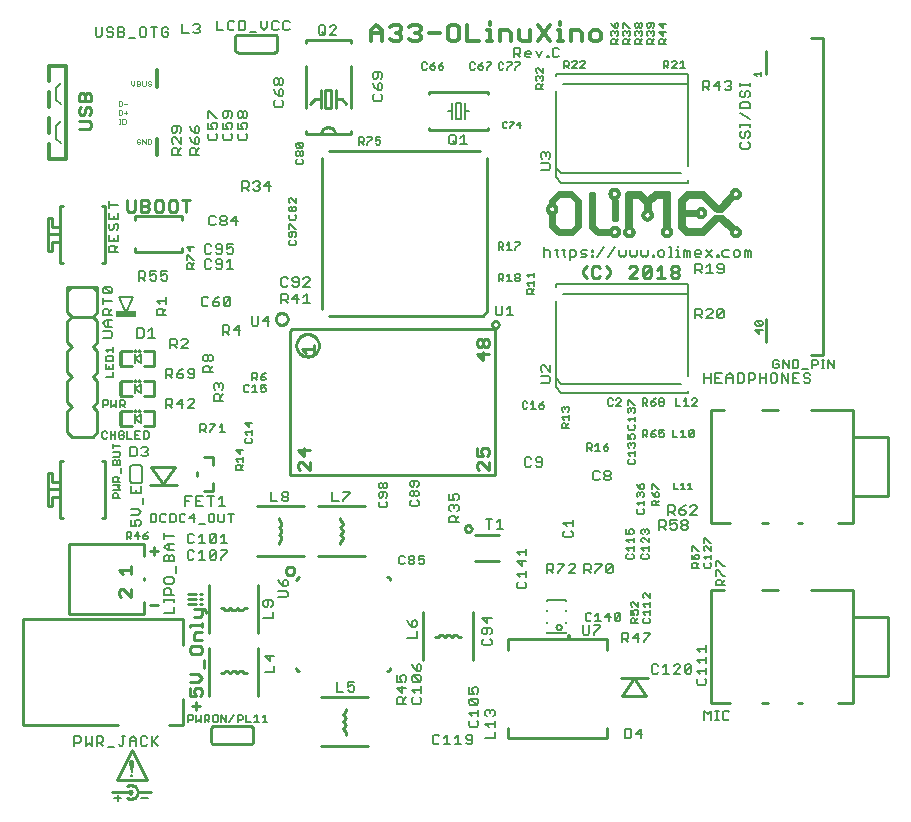
<source format=gbr>
G75*
G70*
%OFA0B0*%
%FSLAX24Y24*%
%IPPOS*%
%LPD*%
%AMOC8*
5,1,8,0,0,1.08239X$1,22.5*
%
%ADD10C,0.0140*%
%ADD11C,0.0080*%
%ADD12C,0.0100*%
%ADD13C,0.0060*%
%ADD14C,0.0240*%
%ADD15C,0.0120*%
%ADD16C,0.0220*%
%ADD17C,0.0260*%
%ADD18C,0.0050*%
%ADD19C,0.0070*%
%ADD20R,0.0709X0.0197*%
%ADD21C,0.0079*%
%ADD22C,0.0040*%
D10*
X024526Y023217D02*
X024528Y023241D01*
X024534Y023264D01*
X024544Y023285D01*
X024557Y023305D01*
X024574Y023322D01*
X024593Y023336D01*
X024614Y023347D01*
X024637Y023354D01*
X024660Y023357D01*
X024684Y023356D01*
X024707Y023351D01*
X024729Y023342D01*
X024749Y023330D01*
X024767Y023314D01*
X024782Y023295D01*
X024794Y023275D01*
X024801Y023252D01*
X024805Y023229D01*
X024805Y023205D01*
X024801Y023182D01*
X024794Y023159D01*
X024782Y023139D01*
X024767Y023120D01*
X024749Y023104D01*
X024729Y023092D01*
X024707Y023083D01*
X024684Y023078D01*
X024660Y023077D01*
X024637Y023080D01*
X024614Y023087D01*
X024593Y023098D01*
X024574Y023112D01*
X024557Y023129D01*
X024544Y023149D01*
X024534Y023170D01*
X024528Y023193D01*
X024526Y023217D01*
X025008Y023212D02*
X025010Y023236D01*
X025016Y023259D01*
X025026Y023280D01*
X025039Y023300D01*
X025056Y023317D01*
X025075Y023331D01*
X025096Y023342D01*
X025119Y023349D01*
X025142Y023352D01*
X025166Y023351D01*
X025189Y023346D01*
X025211Y023337D01*
X025231Y023325D01*
X025249Y023309D01*
X025264Y023290D01*
X025276Y023270D01*
X025283Y023247D01*
X025287Y023224D01*
X025287Y023200D01*
X025283Y023177D01*
X025276Y023154D01*
X025264Y023134D01*
X025249Y023115D01*
X025231Y023099D01*
X025211Y023087D01*
X025189Y023078D01*
X025166Y023073D01*
X025142Y023072D01*
X025119Y023075D01*
X025096Y023082D01*
X025075Y023093D01*
X025056Y023107D01*
X025039Y023124D01*
X025026Y023144D01*
X025016Y023165D01*
X025010Y023188D01*
X025008Y023212D01*
X025617Y023772D02*
X025619Y023796D01*
X025625Y023819D01*
X025635Y023841D01*
X025648Y023861D01*
X025665Y023878D01*
X025684Y023892D01*
X025705Y023903D01*
X025728Y023910D01*
X025752Y023913D01*
X025776Y023912D01*
X025799Y023907D01*
X025821Y023898D01*
X025842Y023885D01*
X025860Y023870D01*
X025875Y023851D01*
X025886Y023830D01*
X025894Y023808D01*
X025898Y023784D01*
X025898Y023760D01*
X025894Y023736D01*
X025886Y023714D01*
X025875Y023693D01*
X025860Y023674D01*
X025842Y023659D01*
X025821Y023646D01*
X025799Y023637D01*
X025776Y023632D01*
X025752Y023631D01*
X025728Y023634D01*
X025705Y023641D01*
X025684Y023652D01*
X025665Y023666D01*
X025648Y023683D01*
X025635Y023703D01*
X025625Y023725D01*
X025619Y023748D01*
X025617Y023772D01*
X025088Y024402D02*
X025088Y024512D01*
X024518Y024487D02*
X024520Y024511D01*
X024526Y024534D01*
X024536Y024555D01*
X024549Y024575D01*
X024566Y024592D01*
X024585Y024606D01*
X024606Y024617D01*
X024629Y024624D01*
X024652Y024627D01*
X024676Y024626D01*
X024699Y024621D01*
X024721Y024612D01*
X024741Y024600D01*
X024759Y024584D01*
X024774Y024565D01*
X024786Y024545D01*
X024793Y024522D01*
X024797Y024499D01*
X024797Y024475D01*
X024793Y024452D01*
X024786Y024429D01*
X024774Y024409D01*
X024759Y024390D01*
X024741Y024374D01*
X024721Y024362D01*
X024699Y024353D01*
X024676Y024348D01*
X024652Y024347D01*
X024629Y024350D01*
X024606Y024357D01*
X024585Y024368D01*
X024566Y024382D01*
X024549Y024399D01*
X024536Y024419D01*
X024526Y024440D01*
X024520Y024463D01*
X024518Y024487D01*
X026458Y024452D02*
X026458Y024522D01*
X027407Y023842D02*
X027409Y023866D01*
X027415Y023889D01*
X027425Y023910D01*
X027439Y023929D01*
X027456Y023946D01*
X027475Y023960D01*
X027496Y023970D01*
X027519Y023976D01*
X027543Y023978D01*
X027567Y023976D01*
X027590Y023970D01*
X027611Y023960D01*
X027630Y023946D01*
X027647Y023929D01*
X027661Y023910D01*
X027671Y023889D01*
X027677Y023866D01*
X027679Y023842D01*
X027677Y023818D01*
X027671Y023795D01*
X027661Y023774D01*
X027647Y023755D01*
X027630Y023738D01*
X027611Y023724D01*
X027590Y023714D01*
X027567Y023708D01*
X027543Y023706D01*
X027519Y023708D01*
X027496Y023714D01*
X027475Y023724D01*
X027456Y023738D01*
X027439Y023755D01*
X027425Y023774D01*
X027415Y023795D01*
X027409Y023818D01*
X027407Y023842D01*
X026256Y023212D02*
X026258Y023236D01*
X026264Y023259D01*
X026274Y023281D01*
X026288Y023301D01*
X026304Y023319D01*
X026324Y023333D01*
X026345Y023344D01*
X026368Y023351D01*
X026392Y023354D01*
X026416Y023353D01*
X026440Y023348D01*
X026462Y023339D01*
X026482Y023326D01*
X026501Y023310D01*
X026516Y023292D01*
X026527Y023270D01*
X026535Y023248D01*
X026539Y023224D01*
X026539Y023200D01*
X026535Y023176D01*
X026527Y023154D01*
X026516Y023132D01*
X026501Y023114D01*
X026482Y023098D01*
X026462Y023085D01*
X026440Y023076D01*
X026416Y023071D01*
X026392Y023070D01*
X026368Y023073D01*
X026345Y023080D01*
X026324Y023091D01*
X026304Y023105D01*
X026288Y023123D01*
X026274Y023143D01*
X026264Y023165D01*
X026258Y023188D01*
X026256Y023212D01*
X028563Y023207D02*
X028565Y023230D01*
X028571Y023253D01*
X028581Y023275D01*
X028595Y023294D01*
X028611Y023310D01*
X028630Y023324D01*
X028652Y023334D01*
X028675Y023340D01*
X028698Y023342D01*
X028721Y023340D01*
X028744Y023334D01*
X028765Y023324D01*
X028785Y023310D01*
X028801Y023294D01*
X028815Y023275D01*
X028825Y023253D01*
X028831Y023230D01*
X028833Y023207D01*
X028831Y023184D01*
X028825Y023161D01*
X028815Y023140D01*
X028801Y023120D01*
X028785Y023104D01*
X028766Y023090D01*
X028744Y023080D01*
X028721Y023074D01*
X028698Y023072D01*
X028675Y023074D01*
X028652Y023080D01*
X028630Y023090D01*
X028611Y023104D01*
X028595Y023120D01*
X028581Y023139D01*
X028571Y023161D01*
X028565Y023184D01*
X028563Y023207D01*
X028555Y024477D02*
X028557Y024501D01*
X028563Y024524D01*
X028573Y024546D01*
X028587Y024566D01*
X028604Y024583D01*
X028624Y024597D01*
X028646Y024607D01*
X028669Y024613D01*
X028693Y024615D01*
X028717Y024613D01*
X028740Y024607D01*
X028762Y024597D01*
X028782Y024583D01*
X028799Y024566D01*
X028813Y024546D01*
X028823Y024524D01*
X028829Y024501D01*
X028831Y024477D01*
X028829Y024453D01*
X028823Y024430D01*
X028813Y024408D01*
X028799Y024388D01*
X028782Y024371D01*
X028762Y024357D01*
X028740Y024347D01*
X028717Y024341D01*
X028693Y024339D01*
X028669Y024341D01*
X028646Y024347D01*
X028624Y024357D01*
X028604Y024371D01*
X028587Y024388D01*
X028573Y024408D01*
X028563Y024430D01*
X028557Y024453D01*
X028555Y024477D01*
X024113Y029572D02*
X023926Y029572D01*
X023833Y029666D01*
X023833Y029853D01*
X023926Y029946D01*
X024113Y029946D01*
X024206Y029853D01*
X024206Y029666D01*
X024113Y029572D01*
X023562Y029572D02*
X023562Y029853D01*
X023468Y029946D01*
X023188Y029946D01*
X023188Y029572D01*
X022945Y029572D02*
X022759Y029572D01*
X022852Y029572D02*
X022852Y029946D01*
X022759Y029946D01*
X022852Y030133D02*
X022852Y030226D01*
X022488Y030133D02*
X022114Y029572D01*
X021843Y029572D02*
X021843Y029946D01*
X022114Y030133D02*
X022488Y029572D01*
X021843Y029572D02*
X021563Y029572D01*
X021469Y029666D01*
X021469Y029946D01*
X021199Y029853D02*
X021199Y029572D01*
X021199Y029853D02*
X021105Y029946D01*
X020825Y029946D01*
X020825Y029572D01*
X020582Y029572D02*
X020395Y029572D01*
X020489Y029572D02*
X020489Y029946D01*
X020395Y029946D01*
X020489Y030133D02*
X020489Y030226D01*
X019751Y030133D02*
X019751Y029572D01*
X020124Y029572D01*
X019480Y029666D02*
X019480Y030039D01*
X019386Y030133D01*
X019200Y030133D01*
X019106Y030039D01*
X019106Y029666D01*
X019200Y029572D01*
X019386Y029572D01*
X019480Y029666D01*
X018835Y029853D02*
X018462Y029853D01*
X018191Y029946D02*
X018097Y029853D01*
X018191Y029759D01*
X018191Y029666D01*
X018097Y029572D01*
X017911Y029572D01*
X017817Y029666D01*
X018004Y029853D02*
X018097Y029853D01*
X018191Y029946D02*
X018191Y030039D01*
X018097Y030133D01*
X017911Y030133D01*
X017817Y030039D01*
X017546Y030039D02*
X017453Y030133D01*
X017266Y030133D01*
X017173Y030039D01*
X017359Y029853D02*
X017453Y029853D01*
X017546Y029759D01*
X017546Y029666D01*
X017453Y029572D01*
X017266Y029572D01*
X017173Y029666D01*
X016902Y029572D02*
X016902Y029946D01*
X016715Y030133D01*
X016528Y029946D01*
X016528Y029572D01*
X016528Y029853D02*
X016902Y029853D01*
X017453Y029853D02*
X017546Y029946D01*
X017546Y030039D01*
D11*
X016865Y028543D02*
X016651Y028543D01*
X016598Y028489D01*
X016598Y028382D01*
X016651Y028329D01*
X016705Y028329D01*
X016758Y028382D01*
X016758Y028543D01*
X016865Y028543D02*
X016918Y028489D01*
X016918Y028382D01*
X016865Y028329D01*
X016865Y028174D02*
X016811Y028174D01*
X016758Y028121D01*
X016758Y027961D01*
X016865Y027961D01*
X016918Y028014D01*
X016918Y028121D01*
X016865Y028174D01*
X016758Y027961D02*
X016651Y028067D01*
X016598Y028174D01*
X016651Y027806D02*
X016598Y027753D01*
X016598Y027646D01*
X016651Y027592D01*
X016865Y027592D01*
X016918Y027646D01*
X016918Y027753D01*
X016865Y027806D01*
X019104Y027252D02*
X019232Y027252D01*
X019232Y027528D01*
X019379Y027528D02*
X019379Y026977D01*
X019537Y026977D01*
X019537Y027528D01*
X019379Y027528D01*
X019684Y027528D02*
X019684Y027252D01*
X019684Y026977D01*
X019684Y027252D02*
X019803Y027252D01*
X019232Y027252D02*
X019232Y026977D01*
X019201Y026463D02*
X019308Y026463D01*
X019362Y026409D01*
X019362Y026196D01*
X019308Y026142D01*
X019201Y026142D01*
X019148Y026196D01*
X019148Y026409D01*
X019201Y026463D01*
X019255Y026249D02*
X019362Y026142D01*
X019516Y026142D02*
X019730Y026142D01*
X019623Y026142D02*
X019623Y026463D01*
X019516Y026356D01*
X021298Y029042D02*
X021298Y029363D01*
X021458Y029363D01*
X021512Y029309D01*
X021512Y029203D01*
X021458Y029149D01*
X021298Y029149D01*
X021405Y029149D02*
X021512Y029042D01*
X021666Y029096D02*
X021720Y029042D01*
X021827Y029042D01*
X021880Y029149D02*
X021666Y029149D01*
X021666Y029096D02*
X021666Y029203D01*
X021720Y029256D01*
X021827Y029256D01*
X021880Y029203D01*
X021880Y029149D01*
X022035Y029256D02*
X022141Y029042D01*
X022248Y029256D01*
X022403Y029096D02*
X022456Y029096D01*
X022456Y029042D01*
X022403Y029042D01*
X022403Y029096D01*
X022587Y029096D02*
X022641Y029042D01*
X022747Y029042D01*
X022801Y029096D01*
X022801Y029309D02*
X022747Y029363D01*
X022641Y029363D01*
X022587Y029309D01*
X022587Y029096D01*
X022694Y028483D02*
X022694Y028404D01*
X022694Y028483D02*
X027103Y028483D01*
X027103Y028168D01*
X022940Y028168D01*
X022694Y027922D02*
X022694Y025363D01*
X022694Y025048D01*
X022881Y024861D01*
X027103Y024861D01*
X027103Y024940D01*
X026857Y025176D02*
X022881Y025176D01*
X022694Y025363D01*
X022518Y025346D02*
X022518Y025453D01*
X022465Y025506D01*
X022198Y025506D01*
X022251Y025661D02*
X022198Y025714D01*
X022198Y025821D01*
X022251Y025874D01*
X022305Y025874D01*
X022358Y025821D01*
X022411Y025874D01*
X022465Y025874D01*
X022518Y025821D01*
X022518Y025714D01*
X022465Y025661D01*
X022358Y025767D02*
X022358Y025821D01*
X022518Y025346D02*
X022465Y025292D01*
X022198Y025292D01*
X022298Y022713D02*
X022298Y022392D01*
X022298Y022553D02*
X022351Y022606D01*
X022458Y022606D01*
X022512Y022553D01*
X022512Y022392D01*
X022720Y022446D02*
X022720Y022659D01*
X022773Y022606D02*
X022666Y022606D01*
X022720Y022446D02*
X022773Y022392D01*
X022965Y022446D02*
X022965Y022659D01*
X022912Y022606D02*
X023019Y022606D01*
X023157Y022606D02*
X023318Y022606D01*
X023371Y022553D01*
X023371Y022446D01*
X023318Y022392D01*
X023157Y022392D01*
X023157Y022286D02*
X023157Y022606D01*
X022965Y022446D02*
X023019Y022392D01*
X023526Y022392D02*
X023686Y022392D01*
X023739Y022446D01*
X023686Y022499D01*
X023579Y022499D01*
X023526Y022553D01*
X023579Y022606D01*
X023739Y022606D01*
X023894Y022606D02*
X023894Y022553D01*
X023947Y022553D01*
X023947Y022606D01*
X023894Y022606D01*
X023894Y022446D02*
X023894Y022392D01*
X023947Y022392D01*
X023947Y022446D01*
X023894Y022446D01*
X024078Y022392D02*
X024292Y022713D01*
X024446Y022392D02*
X024660Y022713D01*
X024815Y022606D02*
X024815Y022446D01*
X024868Y022392D01*
X024922Y022446D01*
X024975Y022392D01*
X025028Y022446D01*
X025028Y022606D01*
X025183Y022606D02*
X025183Y022446D01*
X025236Y022392D01*
X025290Y022446D01*
X025343Y022392D01*
X025397Y022446D01*
X025397Y022606D01*
X025551Y022606D02*
X025551Y022446D01*
X025605Y022392D01*
X025658Y022446D01*
X025712Y022392D01*
X025765Y022446D01*
X025765Y022606D01*
X025920Y022446D02*
X025973Y022446D01*
X025973Y022392D01*
X025920Y022392D01*
X025920Y022446D01*
X026104Y022446D02*
X026157Y022392D01*
X026264Y022392D01*
X026317Y022446D01*
X026317Y022553D01*
X026264Y022606D01*
X026157Y022606D01*
X026104Y022553D01*
X026104Y022446D01*
X026472Y022392D02*
X026579Y022392D01*
X026526Y022392D02*
X026526Y022713D01*
X026472Y022713D01*
X026718Y022606D02*
X026771Y022606D01*
X026771Y022392D01*
X026718Y022392D02*
X026824Y022392D01*
X026963Y022392D02*
X026963Y022606D01*
X027017Y022606D01*
X027070Y022553D01*
X027123Y022606D01*
X027177Y022553D01*
X027177Y022392D01*
X027070Y022392D02*
X027070Y022553D01*
X027331Y022553D02*
X027331Y022446D01*
X027385Y022392D01*
X027492Y022392D01*
X027545Y022499D02*
X027331Y022499D01*
X027331Y022553D02*
X027385Y022606D01*
X027492Y022606D01*
X027545Y022553D01*
X027545Y022499D01*
X027700Y022392D02*
X027913Y022606D01*
X027700Y022606D02*
X027913Y022392D01*
X028068Y022392D02*
X028121Y022392D01*
X028121Y022446D01*
X028068Y022446D01*
X028068Y022392D01*
X028252Y022446D02*
X028306Y022392D01*
X028466Y022392D01*
X028621Y022446D02*
X028674Y022392D01*
X028781Y022392D01*
X028834Y022446D01*
X028834Y022553D01*
X028781Y022606D01*
X028674Y022606D01*
X028621Y022553D01*
X028621Y022446D01*
X028466Y022606D02*
X028306Y022606D01*
X028252Y022553D01*
X028252Y022446D01*
X028245Y022163D02*
X028138Y022163D01*
X028085Y022109D01*
X028085Y022056D01*
X028138Y022003D01*
X028298Y022003D01*
X028298Y022109D02*
X028245Y022163D01*
X028298Y022109D02*
X028298Y021896D01*
X028245Y021842D01*
X028138Y021842D01*
X028085Y021896D01*
X027930Y021842D02*
X027716Y021842D01*
X027823Y021842D02*
X027823Y022163D01*
X027716Y022056D01*
X027562Y022109D02*
X027508Y022163D01*
X027348Y022163D01*
X027348Y021842D01*
X027348Y021949D02*
X027508Y021949D01*
X027562Y022003D01*
X027562Y022109D01*
X027455Y021949D02*
X027562Y021842D01*
X027103Y021475D02*
X022694Y021475D01*
X022694Y021397D01*
X022940Y021160D02*
X027103Y021160D01*
X027103Y021475D01*
X027103Y021160D02*
X027103Y018414D01*
X026857Y018168D02*
X022881Y018168D01*
X022694Y018355D01*
X022694Y020914D01*
X021280Y020442D02*
X021066Y020442D01*
X021173Y020442D02*
X021173Y020763D01*
X021066Y020656D01*
X020912Y020763D02*
X020912Y020496D01*
X020858Y020442D01*
X020751Y020442D01*
X020698Y020496D01*
X020698Y020763D01*
X022251Y018774D02*
X022198Y018721D01*
X022198Y018614D01*
X022251Y018561D01*
X022198Y018406D02*
X022465Y018406D01*
X022518Y018353D01*
X022518Y018246D01*
X022465Y018192D01*
X022198Y018192D01*
X022518Y018561D02*
X022305Y018774D01*
X022251Y018774D01*
X022518Y018774D02*
X022518Y018561D01*
X022694Y018355D02*
X022694Y018040D01*
X022881Y017853D01*
X027103Y017853D01*
X027103Y017932D01*
X027648Y018192D02*
X027648Y018513D01*
X027648Y018353D02*
X027862Y018353D01*
X028016Y018353D02*
X028123Y018353D01*
X028016Y018513D02*
X028016Y018192D01*
X028230Y018192D01*
X028385Y018192D02*
X028385Y018406D01*
X028491Y018513D01*
X028598Y018406D01*
X028598Y018192D01*
X028753Y018192D02*
X028913Y018192D01*
X028967Y018246D01*
X028967Y018459D01*
X028913Y018513D01*
X028753Y018513D01*
X028753Y018192D01*
X028598Y018353D02*
X028385Y018353D01*
X028230Y018513D02*
X028016Y018513D01*
X027862Y018513D02*
X027862Y018192D01*
X029121Y018192D02*
X029121Y018513D01*
X029281Y018513D01*
X029335Y018459D01*
X029335Y018353D01*
X029281Y018299D01*
X029121Y018299D01*
X029490Y018353D02*
X029703Y018353D01*
X029703Y018513D02*
X029703Y018192D01*
X029858Y018246D02*
X029911Y018192D01*
X030018Y018192D01*
X030071Y018246D01*
X030071Y018459D01*
X030018Y018513D01*
X029911Y018513D01*
X029858Y018459D01*
X029858Y018246D01*
X030226Y018192D02*
X030226Y018513D01*
X030440Y018192D01*
X030440Y018513D01*
X030595Y018513D02*
X030595Y018192D01*
X030808Y018192D01*
X030963Y018246D02*
X031016Y018192D01*
X031123Y018192D01*
X031176Y018246D01*
X031176Y018299D01*
X031123Y018353D01*
X031016Y018353D01*
X030963Y018406D01*
X030963Y018459D01*
X031016Y018513D01*
X031123Y018513D01*
X031176Y018459D01*
X030808Y018513D02*
X030595Y018513D01*
X030595Y018353D02*
X030701Y018353D01*
X029490Y018192D02*
X029490Y018513D01*
X028245Y020342D02*
X028138Y020342D01*
X028085Y020396D01*
X028298Y020609D01*
X028298Y020396D01*
X028245Y020342D01*
X028085Y020396D02*
X028085Y020609D01*
X028138Y020663D01*
X028245Y020663D01*
X028298Y020609D01*
X027930Y020609D02*
X027877Y020663D01*
X027770Y020663D01*
X027716Y020609D01*
X027562Y020609D02*
X027562Y020503D01*
X027508Y020449D01*
X027348Y020449D01*
X027348Y020342D02*
X027348Y020663D01*
X027508Y020663D01*
X027562Y020609D01*
X027455Y020449D02*
X027562Y020342D01*
X027716Y020342D02*
X027930Y020556D01*
X027930Y020609D01*
X027930Y020342D02*
X027716Y020342D01*
X028989Y022392D02*
X028989Y022606D01*
X029042Y022606D01*
X029096Y022553D01*
X029149Y022606D01*
X029202Y022553D01*
X029202Y022392D01*
X029096Y022392D02*
X029096Y022553D01*
X026771Y022713D02*
X026771Y022766D01*
X027103Y025422D02*
X027103Y028168D01*
X027593Y028263D02*
X027593Y027942D01*
X027593Y028049D02*
X027753Y028049D01*
X027807Y028103D01*
X027807Y028209D01*
X027753Y028263D01*
X027593Y028263D01*
X027700Y028049D02*
X027807Y027942D01*
X027961Y028103D02*
X028175Y028103D01*
X028122Y028263D02*
X027961Y028103D01*
X028122Y028263D02*
X028122Y027942D01*
X028330Y027996D02*
X028383Y027942D01*
X028490Y027942D01*
X028543Y027996D01*
X028543Y028049D01*
X028490Y028103D01*
X028437Y028103D01*
X028490Y028103D02*
X028543Y028156D01*
X028543Y028209D01*
X028490Y028263D01*
X028383Y028263D01*
X028330Y028209D01*
X028848Y028186D02*
X028848Y028079D01*
X028848Y028133D02*
X029168Y028133D01*
X029168Y028186D02*
X029168Y028079D01*
X029115Y027925D02*
X029168Y027871D01*
X029168Y027765D01*
X029115Y027711D01*
X029008Y027765D02*
X029008Y027871D01*
X029061Y027925D01*
X029115Y027925D01*
X029008Y027765D02*
X028955Y027711D01*
X028901Y027711D01*
X028848Y027765D01*
X028848Y027871D01*
X028901Y027925D01*
X028901Y027556D02*
X028848Y027503D01*
X028848Y027343D01*
X029168Y027343D01*
X029168Y027503D01*
X029115Y027556D01*
X028901Y027556D01*
X028848Y027188D02*
X029168Y026975D01*
X029168Y026836D02*
X029168Y026729D01*
X029168Y026782D02*
X028848Y026782D01*
X028848Y026729D02*
X028848Y026836D01*
X028901Y026574D02*
X028848Y026521D01*
X028848Y026414D01*
X028901Y026361D01*
X028955Y026361D01*
X029008Y026414D01*
X029008Y026521D01*
X029061Y026574D01*
X029115Y026574D01*
X029168Y026521D01*
X029168Y026414D01*
X029115Y026361D01*
X029115Y026206D02*
X029168Y026153D01*
X029168Y026046D01*
X029115Y025992D01*
X028901Y025992D01*
X028848Y026046D01*
X028848Y026153D01*
X028901Y026206D01*
X022190Y015713D02*
X022083Y015713D01*
X022030Y015659D01*
X022030Y015606D01*
X022083Y015553D01*
X022243Y015553D01*
X022243Y015659D02*
X022243Y015446D01*
X022190Y015392D01*
X022083Y015392D01*
X022030Y015446D01*
X021875Y015446D02*
X021822Y015392D01*
X021715Y015392D01*
X021661Y015446D01*
X021661Y015659D01*
X021715Y015713D01*
X021822Y015713D01*
X021875Y015659D01*
X022190Y015713D02*
X022243Y015659D01*
X023948Y015209D02*
X023948Y014996D01*
X024001Y014942D01*
X024108Y014942D01*
X024162Y014996D01*
X024316Y014996D02*
X024316Y015049D01*
X024370Y015103D01*
X024477Y015103D01*
X024530Y015049D01*
X024530Y014996D01*
X024477Y014942D01*
X024370Y014942D01*
X024316Y014996D01*
X024370Y015103D02*
X024316Y015156D01*
X024316Y015209D01*
X024370Y015263D01*
X024477Y015263D01*
X024530Y015209D01*
X024530Y015156D01*
X024477Y015103D01*
X024162Y015209D02*
X024108Y015263D01*
X024001Y015263D01*
X023948Y015209D01*
X023268Y013624D02*
X023268Y013411D01*
X023268Y013517D02*
X022948Y013517D01*
X023055Y013411D01*
X023001Y013256D02*
X022948Y013203D01*
X022948Y013096D01*
X023001Y013042D01*
X023215Y013042D01*
X023268Y013096D01*
X023268Y013203D01*
X023215Y013256D01*
X023188Y012163D02*
X023135Y012109D01*
X023188Y012163D02*
X023295Y012163D01*
X023348Y012109D01*
X023348Y012056D01*
X023135Y011842D01*
X023348Y011842D01*
X023648Y011842D02*
X023648Y012163D01*
X023808Y012163D01*
X023862Y012109D01*
X023862Y012003D01*
X023808Y011949D01*
X023648Y011949D01*
X023755Y011949D02*
X023862Y011842D01*
X024016Y011842D02*
X024016Y011896D01*
X024230Y012109D01*
X024230Y012163D01*
X024016Y012163D01*
X024385Y012109D02*
X024385Y011896D01*
X024598Y012109D01*
X024598Y011896D01*
X024545Y011842D01*
X024438Y011842D01*
X024385Y011896D01*
X024385Y012109D02*
X024438Y012163D01*
X024545Y012163D01*
X024598Y012109D01*
X022980Y012109D02*
X022766Y011896D01*
X022766Y011842D01*
X022612Y011842D02*
X022505Y011949D01*
X022558Y011949D02*
X022398Y011949D01*
X022398Y011842D02*
X022398Y012163D01*
X022558Y012163D01*
X022612Y012109D01*
X022612Y012003D01*
X022558Y011949D01*
X022766Y012163D02*
X022980Y012163D01*
X022980Y012109D01*
X023027Y010962D02*
X022389Y010962D01*
X022389Y010925D01*
X022389Y010608D02*
X022389Y010571D01*
X022389Y010234D02*
X022389Y010197D01*
X022389Y009880D02*
X022389Y009842D01*
X023027Y009842D01*
X023027Y009880D01*
X023090Y009741D02*
X023092Y009754D01*
X023098Y009765D01*
X023108Y009774D01*
X023119Y009779D01*
X023132Y009780D01*
X023145Y009777D01*
X023155Y009770D01*
X023163Y009760D01*
X023167Y009747D01*
X023167Y009735D01*
X023163Y009722D01*
X023155Y009712D01*
X023145Y009705D01*
X023132Y009702D01*
X023119Y009703D01*
X023108Y009708D01*
X023098Y009717D01*
X023092Y009728D01*
X023090Y009741D01*
X022719Y010038D02*
X022721Y010057D01*
X022727Y010075D01*
X022737Y010091D01*
X022750Y010105D01*
X022766Y010116D01*
X022783Y010123D01*
X022802Y010126D01*
X022821Y010125D01*
X022840Y010120D01*
X022856Y010111D01*
X022871Y010099D01*
X022882Y010083D01*
X022890Y010066D01*
X022894Y010048D01*
X022894Y010028D01*
X022890Y010010D01*
X022882Y009993D01*
X022871Y009977D01*
X022856Y009965D01*
X022840Y009956D01*
X022821Y009951D01*
X022802Y009950D01*
X022783Y009953D01*
X022766Y009960D01*
X022750Y009971D01*
X022737Y009985D01*
X022727Y010001D01*
X022721Y010019D01*
X022719Y010038D01*
X023027Y010197D02*
X023027Y010234D01*
X023027Y010571D02*
X023027Y010608D01*
X023027Y010925D02*
X023027Y010962D01*
X023598Y010113D02*
X023598Y009846D01*
X023651Y009792D01*
X023758Y009792D01*
X023812Y009846D01*
X023812Y010113D01*
X023966Y010113D02*
X024180Y010113D01*
X024180Y010059D01*
X023966Y009846D01*
X023966Y009792D01*
X024893Y009863D02*
X024893Y009542D01*
X024893Y009649D02*
X025053Y009649D01*
X025107Y009703D01*
X025107Y009809D01*
X025053Y009863D01*
X024893Y009863D01*
X025000Y009649D02*
X025107Y009542D01*
X025261Y009703D02*
X025475Y009703D01*
X025422Y009863D02*
X025422Y009542D01*
X025630Y009542D02*
X025630Y009596D01*
X025843Y009809D01*
X025843Y009863D01*
X025630Y009863D01*
X025422Y009863D02*
X025261Y009703D01*
X025951Y008813D02*
X025898Y008759D01*
X025898Y008546D01*
X025951Y008492D01*
X026058Y008492D01*
X026112Y008546D01*
X026266Y008492D02*
X026480Y008492D01*
X026373Y008492D02*
X026373Y008813D01*
X026266Y008706D01*
X026112Y008759D02*
X026058Y008813D01*
X025951Y008813D01*
X026635Y008759D02*
X026688Y008813D01*
X026795Y008813D01*
X026848Y008759D01*
X026848Y008706D01*
X026635Y008492D01*
X026848Y008492D01*
X027003Y008546D02*
X027217Y008759D01*
X027217Y008546D01*
X027163Y008492D01*
X027056Y008492D01*
X027003Y008546D01*
X027003Y008759D01*
X027056Y008813D01*
X027163Y008813D01*
X027217Y008759D01*
X027398Y008594D02*
X027718Y008594D01*
X027718Y008488D02*
X027718Y008701D01*
X027718Y008856D02*
X027718Y009069D01*
X027718Y008963D02*
X027398Y008963D01*
X027505Y008856D01*
X027398Y008594D02*
X027505Y008488D01*
X027451Y008333D02*
X027398Y008279D01*
X027398Y008173D01*
X027451Y008119D01*
X027665Y008119D01*
X027718Y008173D01*
X027718Y008279D01*
X027665Y008333D01*
X027648Y007263D02*
X027755Y007156D01*
X027862Y007263D01*
X027862Y006942D01*
X028016Y006942D02*
X028123Y006942D01*
X028070Y006942D02*
X028070Y007263D01*
X028123Y007263D02*
X028016Y007263D01*
X028262Y007209D02*
X028315Y007263D01*
X028422Y007263D01*
X028475Y007209D01*
X028262Y007209D02*
X028262Y006996D01*
X028315Y006942D01*
X028422Y006942D01*
X028475Y006996D01*
X027648Y006942D02*
X027648Y007263D01*
X027718Y009224D02*
X027718Y009438D01*
X027718Y009331D02*
X027398Y009331D01*
X027505Y009224D01*
X025527Y006663D02*
X025366Y006503D01*
X025580Y006503D01*
X025527Y006663D02*
X025527Y006342D01*
X025212Y006396D02*
X025212Y006609D01*
X025158Y006663D01*
X024998Y006663D01*
X024998Y006342D01*
X025158Y006342D01*
X025212Y006396D01*
X020668Y006342D02*
X020668Y006556D01*
X020668Y006711D02*
X020668Y006924D01*
X020668Y006817D02*
X020348Y006817D01*
X020455Y006711D01*
X020118Y006773D02*
X020118Y006879D01*
X020065Y006933D01*
X020118Y007088D02*
X020118Y007301D01*
X020118Y007194D02*
X019798Y007194D01*
X019905Y007088D01*
X019851Y006933D02*
X019798Y006879D01*
X019798Y006773D01*
X019851Y006719D01*
X020065Y006719D01*
X020118Y006773D01*
X019863Y006463D02*
X019756Y006463D01*
X019703Y006409D01*
X019703Y006356D01*
X019756Y006303D01*
X019917Y006303D01*
X019917Y006409D02*
X019863Y006463D01*
X019917Y006409D02*
X019917Y006196D01*
X019863Y006142D01*
X019756Y006142D01*
X019703Y006196D01*
X019548Y006142D02*
X019335Y006142D01*
X019441Y006142D02*
X019441Y006463D01*
X019335Y006356D01*
X019180Y006142D02*
X018966Y006142D01*
X019073Y006142D02*
X019073Y006463D01*
X018966Y006356D01*
X018812Y006409D02*
X018758Y006463D01*
X018651Y006463D01*
X018598Y006409D01*
X018598Y006196D01*
X018651Y006142D01*
X018758Y006142D01*
X018812Y006196D01*
X018165Y007492D02*
X017951Y007492D01*
X017898Y007546D01*
X017898Y007653D01*
X017951Y007706D01*
X018005Y007861D02*
X017898Y007967D01*
X018218Y007967D01*
X018218Y007861D02*
X018218Y008074D01*
X018165Y008229D02*
X017951Y008443D01*
X018165Y008443D01*
X018218Y008389D01*
X018218Y008282D01*
X018165Y008229D01*
X017951Y008229D01*
X017898Y008282D01*
X017898Y008389D01*
X017951Y008443D01*
X018058Y008597D02*
X018058Y008757D01*
X018111Y008811D01*
X018165Y008811D01*
X018218Y008757D01*
X018218Y008651D01*
X018165Y008597D01*
X018058Y008597D01*
X017951Y008704D01*
X017898Y008811D01*
X017665Y008443D02*
X017718Y008389D01*
X017718Y008282D01*
X017665Y008229D01*
X017558Y008229D02*
X017505Y008336D01*
X017505Y008389D01*
X017558Y008443D01*
X017665Y008443D01*
X017558Y008229D02*
X017398Y008229D01*
X017398Y008443D01*
X017558Y008074D02*
X017558Y007861D01*
X017398Y008021D01*
X017718Y008021D01*
X017718Y007706D02*
X017611Y007599D01*
X017611Y007653D02*
X017611Y007492D01*
X017718Y007492D02*
X017398Y007492D01*
X017398Y007653D01*
X017451Y007706D01*
X017558Y007706D01*
X017611Y007653D01*
X018165Y007706D02*
X018218Y007653D01*
X018218Y007546D01*
X018165Y007492D01*
X019798Y007509D02*
X019798Y007616D01*
X019851Y007669D01*
X020065Y007456D01*
X020118Y007509D01*
X020118Y007616D01*
X020065Y007669D01*
X019851Y007669D01*
X019798Y007824D02*
X019958Y007824D01*
X019905Y007931D01*
X019905Y007984D01*
X019958Y008038D01*
X020065Y008038D01*
X020118Y007984D01*
X020118Y007877D01*
X020065Y007824D01*
X019798Y007824D02*
X019798Y008038D01*
X019798Y007509D02*
X019851Y007456D01*
X020065Y007456D01*
X020348Y007239D02*
X020401Y007293D01*
X020455Y007293D01*
X020508Y007239D01*
X020561Y007293D01*
X020615Y007293D01*
X020668Y007239D01*
X020668Y007132D01*
X020615Y007079D01*
X020508Y007186D02*
X020508Y007239D01*
X020348Y007239D02*
X020348Y007132D01*
X020401Y007079D01*
X020348Y006342D02*
X020668Y006342D01*
X020515Y009442D02*
X020301Y009442D01*
X020248Y009496D01*
X020248Y009603D01*
X020301Y009656D01*
X020301Y009811D02*
X020355Y009811D01*
X020408Y009864D01*
X020408Y010024D01*
X020515Y010024D02*
X020301Y010024D01*
X020248Y009971D01*
X020248Y009864D01*
X020301Y009811D01*
X020515Y009811D02*
X020568Y009864D01*
X020568Y009971D01*
X020515Y010024D01*
X020408Y010179D02*
X020248Y010339D01*
X020568Y010339D01*
X020408Y010393D02*
X020408Y010179D01*
X020515Y009656D02*
X020568Y009603D01*
X020568Y009496D01*
X020515Y009442D01*
X021451Y011342D02*
X021398Y011396D01*
X021398Y011503D01*
X021451Y011556D01*
X021505Y011711D02*
X021398Y011817D01*
X021718Y011817D01*
X021718Y011711D02*
X021718Y011924D01*
X021558Y012079D02*
X021398Y012239D01*
X021718Y012239D01*
X021558Y012293D02*
X021558Y012079D01*
X021505Y012447D02*
X021398Y012554D01*
X021718Y012554D01*
X021718Y012447D02*
X021718Y012661D01*
X020935Y013327D02*
X020722Y013327D01*
X020829Y013327D02*
X020829Y013647D01*
X020722Y013541D01*
X020567Y013647D02*
X020354Y013647D01*
X020460Y013647D02*
X020460Y013327D01*
X019468Y013542D02*
X019148Y013542D01*
X019148Y013703D01*
X019201Y013756D01*
X019308Y013756D01*
X019361Y013703D01*
X019361Y013542D01*
X019361Y013649D02*
X019468Y013756D01*
X019415Y013911D02*
X019468Y013964D01*
X019468Y014071D01*
X019415Y014124D01*
X019361Y014124D01*
X019308Y014071D01*
X019308Y014017D01*
X019308Y014071D02*
X019255Y014124D01*
X019201Y014124D01*
X019148Y014071D01*
X019148Y013964D01*
X019201Y013911D01*
X019148Y014279D02*
X019308Y014279D01*
X019255Y014386D01*
X019255Y014439D01*
X019308Y014493D01*
X019415Y014493D01*
X019468Y014439D01*
X019468Y014332D01*
X019415Y014279D01*
X019148Y014279D02*
X019148Y014493D01*
X021665Y011556D02*
X021718Y011503D01*
X021718Y011396D01*
X021665Y011342D01*
X021451Y011342D01*
X018068Y010221D02*
X018068Y010114D01*
X018015Y010061D01*
X017908Y010061D01*
X017908Y010221D01*
X017961Y010274D01*
X018015Y010274D01*
X018068Y010221D01*
X017908Y010061D02*
X017801Y010167D01*
X017748Y010274D01*
X018068Y009906D02*
X018068Y009692D01*
X017748Y009692D01*
X015980Y008213D02*
X015766Y008213D01*
X015766Y008053D01*
X015873Y008106D01*
X015927Y008106D01*
X015980Y008053D01*
X015980Y007946D01*
X015927Y007892D01*
X015820Y007892D01*
X015766Y007946D01*
X015612Y007892D02*
X015398Y007892D01*
X015398Y008213D01*
X013318Y008542D02*
X013318Y008756D01*
X013318Y008542D02*
X012998Y008542D01*
X013158Y008911D02*
X012998Y009071D01*
X013318Y009071D01*
X013158Y009124D02*
X013158Y008911D01*
X013268Y010356D02*
X012948Y010356D01*
X013268Y010356D02*
X013268Y010569D01*
X013215Y010724D02*
X013268Y010777D01*
X013268Y010884D01*
X013215Y010938D01*
X013001Y010938D01*
X012948Y010884D01*
X012948Y010777D01*
X013001Y010724D01*
X013055Y010724D01*
X013108Y010777D01*
X013108Y010938D01*
X013448Y011042D02*
X013715Y011042D01*
X013768Y011096D01*
X013768Y011203D01*
X013715Y011256D01*
X013448Y011256D01*
X013608Y011411D02*
X013608Y011571D01*
X013661Y011624D01*
X013715Y011624D01*
X013768Y011571D01*
X013768Y011464D01*
X013715Y011411D01*
X013608Y011411D01*
X013501Y011517D01*
X013448Y011624D01*
X011743Y012559D02*
X011530Y012346D01*
X011530Y012292D01*
X011375Y012346D02*
X011322Y012292D01*
X011215Y012292D01*
X011161Y012346D01*
X011375Y012559D01*
X011375Y012346D01*
X011375Y012559D02*
X011322Y012613D01*
X011215Y012613D01*
X011161Y012559D01*
X011161Y012346D01*
X011007Y012292D02*
X010793Y012292D01*
X010900Y012292D02*
X010900Y012613D01*
X010793Y012506D01*
X010638Y012559D02*
X010585Y012613D01*
X010478Y012613D01*
X010425Y012559D01*
X010425Y012346D01*
X010478Y012292D01*
X010585Y012292D01*
X010638Y012346D01*
X010585Y012842D02*
X010478Y012842D01*
X010425Y012896D01*
X010425Y013109D01*
X010478Y013163D01*
X010585Y013163D01*
X010638Y013109D01*
X010793Y013056D02*
X010900Y013163D01*
X010900Y012842D01*
X010793Y012842D02*
X011007Y012842D01*
X011161Y012896D02*
X011375Y013109D01*
X011375Y012896D01*
X011322Y012842D01*
X011215Y012842D01*
X011161Y012896D01*
X011161Y013109D01*
X011215Y013163D01*
X011322Y013163D01*
X011375Y013109D01*
X011530Y013056D02*
X011637Y013163D01*
X011637Y012842D01*
X011743Y012842D02*
X011530Y012842D01*
X011530Y012613D02*
X011743Y012613D01*
X011743Y012559D01*
X010638Y012896D02*
X010585Y012842D01*
X009968Y012819D02*
X009755Y012819D01*
X009648Y012712D01*
X009755Y012606D01*
X009968Y012606D01*
X009808Y012606D02*
X009808Y012819D01*
X009648Y012974D02*
X009648Y013188D01*
X009648Y013081D02*
X009968Y013081D01*
X009915Y012451D02*
X009968Y012398D01*
X009968Y012237D01*
X009648Y012237D01*
X009648Y012398D01*
X009701Y012451D01*
X009755Y012451D01*
X009808Y012398D01*
X009808Y012237D01*
X009808Y012398D02*
X009861Y012451D01*
X009915Y012451D01*
X010021Y012083D02*
X010021Y011869D01*
X009915Y011714D02*
X009701Y011714D01*
X009648Y011661D01*
X009648Y011554D01*
X009701Y011501D01*
X009915Y011501D01*
X009968Y011554D01*
X009968Y011661D01*
X009915Y011714D01*
X009808Y011346D02*
X009701Y011346D01*
X009648Y011293D01*
X009648Y011133D01*
X009968Y011133D01*
X009861Y011133D02*
X009861Y011293D01*
X009808Y011346D01*
X009648Y010994D02*
X009648Y010887D01*
X009648Y010940D02*
X009968Y010940D01*
X009968Y010887D02*
X009968Y010994D01*
X009968Y010732D02*
X009968Y010519D01*
X009648Y010519D01*
X008815Y013419D02*
X008868Y013473D01*
X008868Y013579D01*
X008815Y013633D01*
X008708Y013633D01*
X008655Y013579D01*
X008655Y013526D01*
X008708Y013419D01*
X008548Y013419D01*
X008548Y013633D01*
X008548Y013788D02*
X008761Y013788D01*
X008868Y013894D01*
X008761Y014001D01*
X008548Y014001D01*
X008921Y014156D02*
X008921Y014369D01*
X008868Y014524D02*
X008548Y014524D01*
X008548Y014738D01*
X008708Y014631D02*
X008708Y014524D01*
X008868Y014524D02*
X008868Y014738D01*
X008933Y015742D02*
X008880Y015796D01*
X008933Y015742D02*
X009040Y015742D01*
X009093Y015796D01*
X009093Y015849D01*
X009040Y015903D01*
X008987Y015903D01*
X009040Y015903D02*
X009093Y015956D01*
X009093Y016009D01*
X009040Y016063D01*
X008933Y016063D01*
X008880Y016009D01*
X008725Y016009D02*
X008672Y016063D01*
X008511Y016063D01*
X008511Y015742D01*
X008672Y015742D01*
X008725Y015796D01*
X008725Y016009D01*
X008658Y016852D02*
X008658Y017002D01*
X008858Y016852D01*
X008858Y017152D01*
X008658Y017002D01*
X008658Y017152D01*
X008658Y017852D02*
X008658Y018002D01*
X008858Y017852D01*
X008858Y018152D01*
X008658Y018002D01*
X008658Y018152D01*
X008658Y018852D02*
X008658Y019002D01*
X008858Y018852D01*
X008858Y019152D01*
X008658Y019002D01*
X008658Y019152D01*
X008748Y019692D02*
X008908Y019692D01*
X008962Y019746D01*
X008962Y019959D01*
X008908Y020013D01*
X008748Y020013D01*
X008748Y019692D01*
X009116Y019692D02*
X009330Y019692D01*
X009223Y019692D02*
X009223Y020013D01*
X009116Y019906D01*
X009398Y020456D02*
X009398Y020616D01*
X009451Y020669D01*
X009558Y020669D01*
X009611Y020616D01*
X009611Y020456D01*
X009611Y020563D02*
X009718Y020669D01*
X009718Y020824D02*
X009718Y021038D01*
X009718Y020931D02*
X009398Y020931D01*
X009505Y020824D01*
X009398Y020456D02*
X009718Y020456D01*
X009848Y019663D02*
X010008Y019663D01*
X010062Y019609D01*
X010062Y019503D01*
X010008Y019449D01*
X009848Y019449D01*
X009848Y019342D02*
X009848Y019663D01*
X009955Y019449D02*
X010062Y019342D01*
X010216Y019342D02*
X010430Y019556D01*
X010430Y019609D01*
X010377Y019663D01*
X010270Y019663D01*
X010216Y019609D01*
X010216Y019342D02*
X010430Y019342D01*
X010948Y019071D02*
X011001Y019124D01*
X011055Y019124D01*
X011108Y019071D01*
X011108Y018964D01*
X011055Y018911D01*
X011001Y018911D01*
X010948Y018964D01*
X010948Y019071D01*
X011108Y019071D02*
X011161Y019124D01*
X011215Y019124D01*
X011268Y019071D01*
X011268Y018964D01*
X011215Y018911D01*
X011161Y018911D01*
X011108Y018964D01*
X011108Y018756D02*
X011161Y018703D01*
X011161Y018542D01*
X011268Y018542D02*
X010948Y018542D01*
X010948Y018703D01*
X011001Y018756D01*
X011108Y018756D01*
X011161Y018649D02*
X011268Y018756D01*
X011351Y018174D02*
X011405Y018174D01*
X011458Y018121D01*
X011511Y018174D01*
X011565Y018174D01*
X011618Y018121D01*
X011618Y018014D01*
X011565Y017961D01*
X011458Y018067D02*
X011458Y018121D01*
X011351Y018174D02*
X011298Y018121D01*
X011298Y018014D01*
X011351Y017961D01*
X011351Y017806D02*
X011458Y017806D01*
X011511Y017753D01*
X011511Y017592D01*
X011618Y017592D02*
X011298Y017592D01*
X011298Y017753D01*
X011351Y017806D01*
X011511Y017699D02*
X011618Y017806D01*
X010648Y017609D02*
X010595Y017663D01*
X010488Y017663D01*
X010435Y017609D01*
X010280Y017503D02*
X010066Y017503D01*
X010227Y017663D01*
X010227Y017342D01*
X010435Y017342D02*
X010648Y017556D01*
X010648Y017609D01*
X010648Y017342D02*
X010435Y017342D01*
X009912Y017342D02*
X009805Y017449D01*
X009858Y017449D02*
X009698Y017449D01*
X009698Y017342D02*
X009698Y017663D01*
X009858Y017663D01*
X009912Y017609D01*
X009912Y017503D01*
X009858Y017449D01*
X009912Y018342D02*
X009805Y018449D01*
X009858Y018449D02*
X009698Y018449D01*
X009698Y018342D02*
X009698Y018663D01*
X009858Y018663D01*
X009912Y018609D01*
X009912Y018503D01*
X009858Y018449D01*
X010066Y018396D02*
X010120Y018342D01*
X010227Y018342D01*
X010280Y018396D01*
X010280Y018449D01*
X010227Y018503D01*
X010066Y018503D01*
X010066Y018396D01*
X010066Y018503D02*
X010173Y018609D01*
X010280Y018663D01*
X010435Y018609D02*
X010435Y018556D01*
X010488Y018503D01*
X010648Y018503D01*
X010648Y018609D02*
X010648Y018396D01*
X010595Y018342D01*
X010488Y018342D01*
X010435Y018396D01*
X010435Y018609D02*
X010488Y018663D01*
X010595Y018663D01*
X010648Y018609D01*
X011598Y019792D02*
X011598Y020113D01*
X011758Y020113D01*
X011812Y020059D01*
X011812Y019953D01*
X011758Y019899D01*
X011598Y019899D01*
X011705Y019899D02*
X011812Y019792D01*
X011966Y019953D02*
X012180Y019953D01*
X012127Y020113D02*
X012127Y019792D01*
X011966Y019953D02*
X012127Y020113D01*
X012561Y020146D02*
X012561Y020413D01*
X012775Y020413D02*
X012775Y020146D01*
X012722Y020092D01*
X012615Y020092D01*
X012561Y020146D01*
X012930Y020253D02*
X013143Y020253D01*
X013090Y020413D02*
X013090Y020092D01*
X012930Y020253D02*
X013090Y020413D01*
X013548Y020842D02*
X013548Y021163D01*
X013708Y021163D01*
X013762Y021109D01*
X013762Y021003D01*
X013708Y020949D01*
X013548Y020949D01*
X013655Y020949D02*
X013762Y020842D01*
X013916Y021003D02*
X014077Y021163D01*
X014077Y020842D01*
X014130Y021003D02*
X013916Y021003D01*
X014285Y021056D02*
X014391Y021163D01*
X014391Y020842D01*
X014285Y020842D02*
X014498Y020842D01*
X014498Y021392D02*
X014285Y021392D01*
X014498Y021606D01*
X014498Y021659D01*
X014445Y021713D01*
X014338Y021713D01*
X014285Y021659D01*
X014130Y021659D02*
X014077Y021713D01*
X013970Y021713D01*
X013916Y021659D01*
X013916Y021606D01*
X013970Y021553D01*
X014130Y021553D01*
X014130Y021659D02*
X014130Y021446D01*
X014077Y021392D01*
X013970Y021392D01*
X013916Y021446D01*
X013762Y021446D02*
X013708Y021392D01*
X013601Y021392D01*
X013548Y021446D01*
X013548Y021659D01*
X013601Y021713D01*
X013708Y021713D01*
X013762Y021659D01*
X011943Y021992D02*
X011730Y021992D01*
X011837Y021992D02*
X011837Y022313D01*
X011730Y022206D01*
X011575Y022259D02*
X011575Y022046D01*
X011522Y021992D01*
X011415Y021992D01*
X011361Y022046D01*
X011415Y022153D02*
X011575Y022153D01*
X011575Y022259D02*
X011522Y022313D01*
X011415Y022313D01*
X011361Y022259D01*
X011361Y022206D01*
X011415Y022153D01*
X011207Y022259D02*
X011153Y022313D01*
X011047Y022313D01*
X010993Y022259D01*
X010993Y022046D01*
X011047Y021992D01*
X011153Y021992D01*
X011207Y022046D01*
X011153Y022492D02*
X011207Y022546D01*
X011153Y022492D02*
X011047Y022492D01*
X010993Y022546D01*
X010993Y022759D01*
X011047Y022813D01*
X011153Y022813D01*
X011207Y022759D01*
X011361Y022759D02*
X011361Y022706D01*
X011415Y022653D01*
X011575Y022653D01*
X011575Y022759D02*
X011522Y022813D01*
X011415Y022813D01*
X011361Y022759D01*
X011361Y022546D02*
X011415Y022492D01*
X011522Y022492D01*
X011575Y022546D01*
X011575Y022759D01*
X011730Y022813D02*
X011730Y022653D01*
X011837Y022706D01*
X011890Y022706D01*
X011943Y022653D01*
X011943Y022546D01*
X011890Y022492D01*
X011783Y022492D01*
X011730Y022546D01*
X011730Y022813D02*
X011943Y022813D01*
X012040Y023442D02*
X012040Y023763D01*
X011880Y023603D01*
X012093Y023603D01*
X011725Y023656D02*
X011672Y023603D01*
X011565Y023603D01*
X011511Y023656D01*
X011511Y023709D01*
X011565Y023763D01*
X011672Y023763D01*
X011725Y023709D01*
X011725Y023656D01*
X011672Y023603D02*
X011725Y023549D01*
X011725Y023496D01*
X011672Y023442D01*
X011565Y023442D01*
X011511Y023496D01*
X011511Y023549D01*
X011565Y023603D01*
X011357Y023709D02*
X011303Y023763D01*
X011197Y023763D01*
X011143Y023709D01*
X011143Y023496D01*
X011197Y023442D01*
X011303Y023442D01*
X011357Y023496D01*
X012248Y024592D02*
X012248Y024913D01*
X012408Y024913D01*
X012462Y024859D01*
X012462Y024753D01*
X012408Y024699D01*
X012248Y024699D01*
X012355Y024699D02*
X012462Y024592D01*
X012616Y024646D02*
X012670Y024592D01*
X012777Y024592D01*
X012830Y024646D01*
X012830Y024699D01*
X012777Y024753D01*
X012723Y024753D01*
X012777Y024753D02*
X012830Y024806D01*
X012830Y024859D01*
X012777Y024913D01*
X012670Y024913D01*
X012616Y024859D01*
X012985Y024753D02*
X013198Y024753D01*
X013145Y024913D02*
X012985Y024753D01*
X013145Y024592D02*
X013145Y024913D01*
X012365Y026288D02*
X012151Y026288D01*
X012098Y026341D01*
X012098Y026448D01*
X012151Y026501D01*
X012098Y026656D02*
X012258Y026656D01*
X012205Y026763D01*
X012205Y026816D01*
X012258Y026869D01*
X012365Y026869D01*
X012418Y026816D01*
X012418Y026709D01*
X012365Y026656D01*
X012365Y026501D02*
X012418Y026448D01*
X012418Y026341D01*
X012365Y026288D01*
X012098Y026656D02*
X012098Y026869D01*
X012151Y027024D02*
X012205Y027024D01*
X012258Y027077D01*
X012258Y027184D01*
X012311Y027238D01*
X012365Y027238D01*
X012418Y027184D01*
X012418Y027077D01*
X012365Y027024D01*
X012311Y027024D01*
X012258Y027077D01*
X012258Y027184D02*
X012205Y027238D01*
X012151Y027238D01*
X012098Y027184D01*
X012098Y027077D01*
X012151Y027024D01*
X011918Y027077D02*
X011918Y027184D01*
X011865Y027238D01*
X011651Y027238D01*
X011598Y027184D01*
X011598Y027077D01*
X011651Y027024D01*
X011705Y027024D01*
X011758Y027077D01*
X011758Y027238D01*
X011918Y027077D02*
X011865Y027024D01*
X011865Y026869D02*
X011918Y026816D01*
X011918Y026709D01*
X011865Y026656D01*
X011758Y026656D02*
X011705Y026763D01*
X011705Y026816D01*
X011758Y026869D01*
X011865Y026869D01*
X011758Y026656D02*
X011598Y026656D01*
X011598Y026869D01*
X011418Y026816D02*
X011365Y026869D01*
X011258Y026869D01*
X011205Y026816D01*
X011205Y026763D01*
X011258Y026656D01*
X011098Y026656D01*
X011098Y026869D01*
X011098Y027024D02*
X011098Y027238D01*
X011151Y027238D01*
X011365Y027024D01*
X011418Y027024D01*
X011418Y026816D02*
X011418Y026709D01*
X011365Y026656D01*
X011365Y026501D02*
X011418Y026448D01*
X011418Y026341D01*
X011365Y026288D01*
X011151Y026288D01*
X011098Y026341D01*
X011098Y026448D01*
X011151Y026501D01*
X010818Y026582D02*
X010818Y026689D01*
X010765Y026743D01*
X010711Y026743D01*
X010658Y026689D01*
X010658Y026529D01*
X010765Y026529D01*
X010818Y026582D01*
X010658Y026529D02*
X010551Y026636D01*
X010498Y026743D01*
X010218Y026689D02*
X010165Y026743D01*
X009951Y026743D01*
X009898Y026689D01*
X009898Y026582D01*
X009951Y026529D01*
X010005Y026529D01*
X010058Y026582D01*
X010058Y026743D01*
X010218Y026689D02*
X010218Y026582D01*
X010165Y026529D01*
X010218Y026374D02*
X010218Y026161D01*
X010005Y026374D01*
X009951Y026374D01*
X009898Y026321D01*
X009898Y026214D01*
X009951Y026161D01*
X009951Y026006D02*
X010058Y026006D01*
X010111Y025953D01*
X010111Y025792D01*
X010218Y025792D02*
X009898Y025792D01*
X009898Y025953D01*
X009951Y026006D01*
X010111Y025899D02*
X010218Y026006D01*
X010498Y025953D02*
X010551Y026006D01*
X010658Y026006D01*
X010711Y025953D01*
X010711Y025792D01*
X010818Y025792D02*
X010498Y025792D01*
X010498Y025953D01*
X010711Y025899D02*
X010818Y026006D01*
X010765Y026161D02*
X010818Y026214D01*
X010818Y026321D01*
X010765Y026374D01*
X010711Y026374D01*
X010658Y026321D01*
X010658Y026161D01*
X010765Y026161D01*
X010658Y026161D02*
X010551Y026267D01*
X010498Y026374D01*
X011598Y026341D02*
X011651Y026288D01*
X011865Y026288D01*
X011918Y026341D01*
X011918Y026448D01*
X011865Y026501D01*
X011651Y026501D02*
X011598Y026448D01*
X011598Y026341D01*
X013298Y027446D02*
X013351Y027392D01*
X013565Y027392D01*
X013618Y027446D01*
X013618Y027553D01*
X013565Y027606D01*
X013565Y027761D02*
X013618Y027814D01*
X013618Y027921D01*
X013565Y027974D01*
X013511Y027974D01*
X013458Y027921D01*
X013458Y027761D01*
X013565Y027761D01*
X013458Y027761D02*
X013351Y027867D01*
X013298Y027974D01*
X013351Y028129D02*
X013405Y028129D01*
X013458Y028182D01*
X013458Y028289D01*
X013511Y028343D01*
X013565Y028343D01*
X013618Y028289D01*
X013618Y028182D01*
X013565Y028129D01*
X013511Y028129D01*
X013458Y028182D01*
X013458Y028289D02*
X013405Y028343D01*
X013351Y028343D01*
X013298Y028289D01*
X013298Y028182D01*
X013351Y028129D01*
X013351Y027606D02*
X013298Y027553D01*
X013298Y027446D01*
X013293Y029942D02*
X013400Y029942D01*
X013453Y029996D01*
X013608Y029996D02*
X013661Y029942D01*
X013768Y029942D01*
X013821Y029996D01*
X013608Y029996D02*
X013608Y030209D01*
X013661Y030263D01*
X013768Y030263D01*
X013821Y030209D01*
X013453Y030209D02*
X013400Y030263D01*
X013293Y030263D01*
X013240Y030209D01*
X013240Y029996D01*
X013293Y029942D01*
X013085Y030049D02*
X013085Y030263D01*
X012871Y030263D02*
X012871Y030049D01*
X012978Y029942D01*
X013085Y030049D01*
X012717Y029889D02*
X012503Y029889D01*
X012348Y029996D02*
X012348Y030209D01*
X012295Y030263D01*
X012135Y030263D01*
X012135Y029942D01*
X012295Y029942D01*
X012348Y029996D01*
X011980Y029996D02*
X011927Y029942D01*
X011820Y029942D01*
X011766Y029996D01*
X011766Y030209D01*
X011820Y030263D01*
X011927Y030263D01*
X011980Y030209D01*
X011612Y029942D02*
X011398Y029942D01*
X011398Y030263D01*
X010830Y030109D02*
X010830Y030056D01*
X010777Y030003D01*
X010830Y029949D01*
X010830Y029896D01*
X010777Y029842D01*
X010670Y029842D01*
X010616Y029896D01*
X010723Y030003D02*
X010777Y030003D01*
X010830Y030109D02*
X010777Y030163D01*
X010670Y030163D01*
X010616Y030109D01*
X010462Y029842D02*
X010248Y029842D01*
X010248Y030163D01*
X009782Y030001D02*
X009728Y030054D01*
X009622Y030054D01*
X009568Y030001D01*
X009568Y029788D01*
X009622Y029734D01*
X009728Y029734D01*
X009782Y029788D01*
X009782Y029894D01*
X009675Y029894D01*
X009413Y030054D02*
X009200Y030054D01*
X009307Y030054D02*
X009307Y029734D01*
X009045Y029788D02*
X009045Y030001D01*
X008992Y030054D01*
X008885Y030054D01*
X008832Y030001D01*
X008832Y029788D01*
X008885Y029734D01*
X008992Y029734D01*
X009045Y029788D01*
X008677Y029681D02*
X008463Y029681D01*
X008308Y029788D02*
X008255Y029734D01*
X008095Y029734D01*
X008095Y030054D01*
X008255Y030054D01*
X008308Y030001D01*
X008308Y029948D01*
X008255Y029894D01*
X008095Y029894D01*
X008255Y029894D02*
X008308Y029841D01*
X008308Y029788D01*
X007940Y029788D02*
X007887Y029734D01*
X007780Y029734D01*
X007727Y029788D01*
X007780Y029894D02*
X007887Y029894D01*
X007940Y029841D01*
X007940Y029788D01*
X007780Y029894D02*
X007727Y029948D01*
X007727Y030001D01*
X007780Y030054D01*
X007887Y030054D01*
X007940Y030001D01*
X007572Y030054D02*
X007572Y029788D01*
X007518Y029734D01*
X007412Y029734D01*
X007358Y029788D01*
X007358Y030054D01*
X007798Y024238D02*
X007798Y024024D01*
X007798Y024131D02*
X008118Y024131D01*
X008118Y023869D02*
X008118Y023656D01*
X007798Y023656D01*
X007798Y023869D01*
X007958Y023763D02*
X007958Y023656D01*
X008011Y023501D02*
X007958Y023448D01*
X007958Y023341D01*
X007905Y023288D01*
X007851Y023288D01*
X007798Y023341D01*
X007798Y023448D01*
X007851Y023501D01*
X008011Y023501D02*
X008065Y023501D01*
X008118Y023448D01*
X008118Y023341D01*
X008065Y023288D01*
X008118Y023133D02*
X008118Y022919D01*
X007798Y022919D01*
X007798Y023133D01*
X007958Y023026D02*
X007958Y022919D01*
X007958Y022764D02*
X008011Y022711D01*
X008011Y022551D01*
X008011Y022658D02*
X008118Y022764D01*
X007958Y022764D02*
X007851Y022764D01*
X007798Y022711D01*
X007798Y022551D01*
X008118Y022551D01*
X008798Y021913D02*
X008958Y021913D01*
X009012Y021859D01*
X009012Y021753D01*
X008958Y021699D01*
X008798Y021699D01*
X008798Y021592D02*
X008798Y021913D01*
X008905Y021699D02*
X009012Y021592D01*
X009166Y021646D02*
X009220Y021592D01*
X009327Y021592D01*
X009380Y021646D01*
X009380Y021753D01*
X009327Y021806D01*
X009273Y021806D01*
X009166Y021753D01*
X009166Y021913D01*
X009380Y021913D01*
X009535Y021913D02*
X009535Y021753D01*
X009641Y021806D01*
X009695Y021806D01*
X009748Y021753D01*
X009748Y021646D01*
X009695Y021592D01*
X009588Y021592D01*
X009535Y021646D01*
X009535Y021913D02*
X009748Y021913D01*
X010893Y021009D02*
X010893Y020796D01*
X010947Y020742D01*
X011053Y020742D01*
X011107Y020796D01*
X011261Y020796D02*
X011315Y020742D01*
X011422Y020742D01*
X011475Y020796D01*
X011475Y020849D01*
X011422Y020903D01*
X011261Y020903D01*
X011261Y020796D01*
X011261Y020903D02*
X011368Y021009D01*
X011475Y021063D01*
X011630Y021009D02*
X011683Y021063D01*
X011790Y021063D01*
X011843Y021009D01*
X011630Y020796D01*
X011683Y020742D01*
X011790Y020742D01*
X011843Y020796D01*
X011843Y021009D01*
X011630Y021009D02*
X011630Y020796D01*
X011107Y021009D02*
X011053Y021063D01*
X010947Y021063D01*
X010893Y021009D01*
X007918Y020913D02*
X007598Y020913D01*
X007598Y021019D02*
X007598Y020806D01*
X007651Y020651D02*
X007598Y020598D01*
X007598Y020438D01*
X007918Y020438D01*
X007811Y020438D02*
X007811Y020598D01*
X007758Y020651D01*
X007651Y020651D01*
X007811Y020544D02*
X007918Y020651D01*
X007918Y020283D02*
X007705Y020283D01*
X007598Y020176D01*
X007705Y020069D01*
X007918Y020069D01*
X007758Y020069D02*
X007758Y020283D01*
X007865Y019914D02*
X007598Y019914D01*
X007598Y019701D02*
X007865Y019701D01*
X007918Y019754D01*
X007918Y019861D01*
X007865Y019914D01*
X007865Y021174D02*
X007651Y021388D01*
X007865Y021388D01*
X007918Y021334D01*
X007918Y021227D01*
X007865Y021174D01*
X007651Y021174D01*
X007598Y021227D01*
X007598Y021334D01*
X007651Y021388D01*
X013198Y014563D02*
X013198Y014242D01*
X013412Y014242D01*
X013566Y014296D02*
X013566Y014349D01*
X013620Y014403D01*
X013727Y014403D01*
X013780Y014349D01*
X013780Y014296D01*
X013727Y014242D01*
X013620Y014242D01*
X013566Y014296D01*
X013620Y014403D02*
X013566Y014456D01*
X013566Y014509D01*
X013620Y014563D01*
X013727Y014563D01*
X013780Y014509D01*
X013780Y014456D01*
X013727Y014403D01*
X015248Y014563D02*
X015248Y014242D01*
X015462Y014242D01*
X015616Y014242D02*
X015616Y014296D01*
X015830Y014509D01*
X015830Y014563D01*
X015616Y014563D01*
X011667Y014092D02*
X011453Y014092D01*
X011560Y014092D02*
X011560Y014413D01*
X011453Y014306D01*
X011298Y014413D02*
X011085Y014413D01*
X011191Y014413D02*
X011191Y014092D01*
X010930Y014092D02*
X010716Y014092D01*
X010716Y014413D01*
X010930Y014413D01*
X010823Y014253D02*
X010716Y014253D01*
X010562Y014413D02*
X010348Y014413D01*
X010348Y014092D01*
X010348Y014253D02*
X010455Y014253D01*
X009443Y006413D02*
X009230Y006199D01*
X009283Y006253D02*
X009443Y006092D01*
X009230Y006092D02*
X009230Y006413D01*
X009075Y006359D02*
X009022Y006413D01*
X008915Y006413D01*
X008861Y006359D01*
X008861Y006146D01*
X008915Y006092D01*
X009022Y006092D01*
X009075Y006146D01*
X008707Y006092D02*
X008707Y006306D01*
X008600Y006413D01*
X008493Y006306D01*
X008493Y006092D01*
X008493Y006253D02*
X008707Y006253D01*
X008338Y006413D02*
X008232Y006413D01*
X008285Y006413D02*
X008285Y006146D01*
X008232Y006092D01*
X008178Y006092D01*
X008125Y006146D01*
X007970Y006039D02*
X007757Y006039D01*
X007602Y006092D02*
X007495Y006199D01*
X007548Y006199D02*
X007388Y006199D01*
X007388Y006092D02*
X007388Y006413D01*
X007548Y006413D01*
X007602Y006359D01*
X007602Y006253D01*
X007548Y006199D01*
X007233Y006092D02*
X007233Y006413D01*
X007020Y006413D02*
X007020Y006092D01*
X007127Y006199D01*
X007233Y006092D01*
X006865Y006253D02*
X006812Y006199D01*
X006652Y006199D01*
X006652Y006092D02*
X006652Y006413D01*
X006812Y006413D01*
X006865Y006359D01*
X006865Y006253D01*
X008087Y004459D02*
X008087Y004246D01*
X008193Y004353D02*
X007980Y004353D01*
X008880Y004353D02*
X009093Y004353D01*
X026148Y013292D02*
X026148Y013613D01*
X026308Y013613D01*
X026362Y013559D01*
X026362Y013453D01*
X026308Y013399D01*
X026148Y013399D01*
X026255Y013399D02*
X026362Y013292D01*
X026516Y013346D02*
X026570Y013292D01*
X026677Y013292D01*
X026730Y013346D01*
X026730Y013453D01*
X026677Y013506D01*
X026623Y013506D01*
X026516Y013453D01*
X026516Y013613D01*
X026730Y013613D01*
X026885Y013559D02*
X026885Y013506D01*
X026938Y013453D01*
X027045Y013453D01*
X027098Y013399D01*
X027098Y013346D01*
X027045Y013292D01*
X026938Y013292D01*
X026885Y013346D01*
X026885Y013399D01*
X026938Y013453D01*
X027045Y013453D02*
X027098Y013506D01*
X027098Y013559D01*
X027045Y013613D01*
X026938Y013613D01*
X026885Y013559D01*
X026865Y013792D02*
X026972Y013792D01*
X027025Y013846D01*
X027025Y013899D01*
X026972Y013953D01*
X026811Y013953D01*
X026811Y013846D01*
X026865Y013792D01*
X026811Y013953D02*
X026918Y014059D01*
X027025Y014113D01*
X027180Y014059D02*
X027233Y014113D01*
X027340Y014113D01*
X027393Y014059D01*
X027393Y014006D01*
X027180Y013792D01*
X027393Y013792D01*
X026657Y013792D02*
X026550Y013899D01*
X026603Y013899D02*
X026443Y013899D01*
X026443Y013792D02*
X026443Y014113D01*
X026603Y014113D01*
X026657Y014059D01*
X026657Y013953D01*
X026603Y013899D01*
X015380Y029792D02*
X015166Y029792D01*
X015380Y030006D01*
X015380Y030059D01*
X015327Y030113D01*
X015220Y030113D01*
X015166Y030059D01*
X015012Y030059D02*
X015012Y029846D01*
X014958Y029792D01*
X014851Y029792D01*
X014798Y029846D01*
X014798Y030059D01*
X014851Y030113D01*
X014958Y030113D01*
X015012Y030059D01*
X014905Y029899D02*
X015012Y029792D01*
D12*
X008108Y006771D02*
X004943Y006771D01*
X004943Y010334D01*
X010258Y010334D01*
X010258Y009452D01*
X010508Y009344D02*
X010575Y009411D01*
X010841Y009411D01*
X010908Y009344D01*
X010908Y009211D01*
X010841Y009144D01*
X010575Y009144D01*
X010508Y009211D01*
X010508Y009344D01*
X010641Y009604D02*
X010641Y009804D01*
X010708Y009871D01*
X010908Y009871D01*
X010908Y010065D02*
X010908Y010198D01*
X010908Y010131D02*
X010508Y010131D01*
X010508Y010065D01*
X010641Y010371D02*
X010841Y010371D01*
X010908Y010438D01*
X010908Y010638D01*
X010975Y010638D02*
X011042Y010572D01*
X011042Y010505D01*
X010975Y010638D02*
X010641Y010638D01*
X010708Y010832D02*
X010441Y010832D01*
X010441Y010985D02*
X010708Y010985D01*
X010841Y010985D02*
X010908Y010985D01*
X010908Y010832D02*
X010841Y010832D01*
X010841Y011139D02*
X010908Y011139D01*
X010708Y011139D02*
X010441Y011139D01*
X011131Y011440D02*
X011131Y009865D01*
X010908Y009604D02*
X010641Y009604D01*
X011131Y009340D02*
X011131Y007765D01*
X010908Y007829D02*
X010841Y007763D01*
X010908Y007829D02*
X010908Y007963D01*
X010841Y008030D01*
X010708Y008030D01*
X010641Y007963D01*
X010641Y007896D01*
X010708Y007763D01*
X010508Y007763D01*
X010508Y008030D01*
X010508Y008223D02*
X010775Y008223D01*
X010908Y008357D01*
X010775Y008490D01*
X010508Y008490D01*
X010975Y008684D02*
X010975Y008950D01*
X011525Y008513D02*
X011604Y008513D01*
X011659Y008569D01*
X011715Y008592D02*
X011729Y008592D01*
X011784Y008569D02*
X011840Y008513D01*
X011896Y008569D01*
X011951Y008592D02*
X011965Y008592D01*
X012021Y008569D02*
X012076Y008513D01*
X012132Y008569D01*
X012188Y008592D02*
X012201Y008592D01*
X012257Y008569D02*
X012312Y008513D01*
X012391Y008513D01*
X012257Y008569D02*
X012245Y008579D01*
X012231Y008586D01*
X012216Y008590D01*
X012201Y008592D01*
X012188Y008592D02*
X012173Y008590D01*
X012158Y008586D01*
X012144Y008579D01*
X012132Y008569D01*
X012021Y008569D02*
X012009Y008579D01*
X011995Y008586D01*
X011980Y008590D01*
X011965Y008592D01*
X011951Y008592D02*
X011936Y008590D01*
X011921Y008586D01*
X011907Y008579D01*
X011895Y008569D01*
X011785Y008569D02*
X011773Y008579D01*
X011759Y008586D01*
X011744Y008590D01*
X011729Y008592D01*
X011715Y008592D02*
X011700Y008590D01*
X011685Y008586D01*
X011671Y008579D01*
X011659Y008569D01*
X012785Y009340D02*
X012785Y007765D01*
X012508Y006752D02*
X011308Y006752D01*
X011288Y006750D01*
X011270Y006744D01*
X011252Y006735D01*
X011237Y006723D01*
X011225Y006708D01*
X011216Y006690D01*
X011210Y006672D01*
X011208Y006652D01*
X011208Y006252D01*
X011210Y006232D01*
X011216Y006214D01*
X011225Y006196D01*
X011237Y006181D01*
X011252Y006169D01*
X011270Y006160D01*
X011288Y006154D01*
X011308Y006152D01*
X012508Y006152D01*
X012528Y006154D01*
X012546Y006160D01*
X012564Y006169D01*
X012579Y006181D01*
X012591Y006196D01*
X012600Y006214D01*
X012606Y006232D01*
X012608Y006252D01*
X012608Y006652D01*
X012606Y006672D01*
X012600Y006690D01*
X012591Y006708D01*
X012579Y006723D01*
X012564Y006735D01*
X012546Y006744D01*
X012528Y006750D01*
X012508Y006752D01*
X010841Y007436D02*
X010575Y007436D01*
X010708Y007302D02*
X010708Y007569D01*
X010258Y007652D02*
X010258Y006771D01*
X009808Y006771D01*
X008558Y005952D02*
X009058Y004952D01*
X008058Y004952D01*
X008558Y005952D01*
X008408Y004752D02*
X008435Y004766D01*
X008464Y004776D01*
X008494Y004782D01*
X008524Y004784D01*
X008555Y004782D01*
X008585Y004776D01*
X008614Y004767D01*
X008641Y004753D01*
X008667Y004737D01*
X008689Y004717D01*
X008710Y004694D01*
X008727Y004668D01*
X008740Y004641D01*
X008750Y004612D01*
X008756Y004582D01*
X008758Y004552D01*
X008756Y004522D01*
X008750Y004492D01*
X008740Y004463D01*
X008727Y004436D01*
X008710Y004410D01*
X008689Y004387D01*
X008667Y004367D01*
X008641Y004351D01*
X008614Y004337D01*
X008585Y004328D01*
X008555Y004322D01*
X008524Y004320D01*
X008494Y004322D01*
X008464Y004328D01*
X008435Y004338D01*
X008408Y004352D01*
X008458Y004552D02*
X007908Y004552D01*
X008458Y004552D02*
X008460Y004566D01*
X008466Y004579D01*
X008475Y004590D01*
X008487Y004597D01*
X008501Y004601D01*
X008515Y004601D01*
X008529Y004597D01*
X008541Y004590D01*
X008550Y004579D01*
X008556Y004566D01*
X008558Y004552D01*
X008556Y004538D01*
X008550Y004525D01*
X008541Y004514D01*
X008529Y004507D01*
X008515Y004503D01*
X008501Y004503D01*
X008487Y004507D01*
X008475Y004514D01*
X008466Y004525D01*
X008460Y004538D01*
X008458Y004552D01*
X008758Y004552D02*
X009208Y004552D01*
X014033Y008637D02*
X014092Y008578D01*
X014151Y008578D01*
X014033Y008637D02*
X014033Y008696D01*
X014871Y007729D02*
X016446Y007729D01*
X015697Y007336D02*
X015697Y007257D01*
X015642Y007201D01*
X015619Y007145D02*
X015619Y007132D01*
X015642Y007076D02*
X015697Y007021D01*
X015642Y006965D01*
X015619Y006909D02*
X015619Y006896D01*
X015642Y006840D02*
X015697Y006784D01*
X015642Y006729D01*
X015619Y006673D02*
X015619Y006659D01*
X015642Y006604D02*
X015697Y006548D01*
X015697Y006469D01*
X015642Y006603D02*
X015632Y006615D01*
X015625Y006629D01*
X015621Y006644D01*
X015619Y006659D01*
X015619Y006673D02*
X015621Y006688D01*
X015625Y006703D01*
X015632Y006717D01*
X015642Y006729D01*
X015642Y006840D02*
X015632Y006852D01*
X015625Y006866D01*
X015621Y006881D01*
X015619Y006896D01*
X015619Y006909D02*
X015621Y006924D01*
X015625Y006939D01*
X015632Y006953D01*
X015642Y006965D01*
X015642Y007076D02*
X015632Y007088D01*
X015625Y007102D01*
X015621Y007117D01*
X015619Y007132D01*
X015619Y007145D02*
X015621Y007160D01*
X015625Y007175D01*
X015632Y007189D01*
X015642Y007201D01*
X014871Y006076D02*
X016446Y006076D01*
X017065Y008578D02*
X017124Y008578D01*
X017183Y008637D01*
X017183Y008696D01*
X018281Y008965D02*
X018281Y010540D01*
X018675Y009713D02*
X018754Y009713D01*
X018809Y009769D01*
X018865Y009792D02*
X018879Y009792D01*
X018934Y009769D02*
X018990Y009713D01*
X019046Y009769D01*
X019101Y009792D02*
X019115Y009792D01*
X019171Y009769D02*
X019226Y009713D01*
X019282Y009769D01*
X019338Y009792D02*
X019351Y009792D01*
X019407Y009769D02*
X019462Y009713D01*
X019541Y009713D01*
X019407Y009769D02*
X019395Y009779D01*
X019381Y009786D01*
X019366Y009790D01*
X019351Y009792D01*
X019338Y009792D02*
X019323Y009790D01*
X019308Y009786D01*
X019294Y009779D01*
X019282Y009769D01*
X019171Y009769D02*
X019159Y009779D01*
X019145Y009786D01*
X019130Y009790D01*
X019115Y009792D01*
X019101Y009792D02*
X019086Y009790D01*
X019071Y009786D01*
X019057Y009779D01*
X019045Y009769D01*
X018935Y009769D02*
X018923Y009779D01*
X018909Y009786D01*
X018894Y009790D01*
X018879Y009792D01*
X018865Y009792D02*
X018850Y009790D01*
X018835Y009786D01*
X018821Y009779D01*
X018809Y009769D01*
X019935Y010540D02*
X019935Y008965D01*
X021105Y009302D02*
X021105Y009656D01*
X024412Y009656D01*
X024412Y009302D01*
X024858Y008352D02*
X025758Y008352D01*
X025308Y008346D02*
X024914Y007756D01*
X025702Y007756D01*
X025308Y008346D01*
X024412Y006703D02*
X024412Y006349D01*
X021105Y006349D01*
X021105Y006703D01*
X017183Y011609D02*
X017183Y011668D01*
X017124Y011727D01*
X017065Y011727D01*
X016346Y012426D02*
X014771Y012426D01*
X014296Y012426D02*
X012721Y012426D01*
X013469Y012819D02*
X013469Y012898D01*
X013524Y012954D01*
X013547Y013009D02*
X013547Y013023D01*
X013524Y013079D02*
X013469Y013134D01*
X013524Y013190D01*
X013547Y013246D02*
X013547Y013259D01*
X013524Y013315D02*
X013469Y013371D01*
X013524Y013426D01*
X013547Y013482D02*
X013547Y013495D01*
X013524Y013551D02*
X013469Y013607D01*
X013469Y013686D01*
X013525Y013551D02*
X013535Y013539D01*
X013542Y013525D01*
X013546Y013510D01*
X013548Y013495D01*
X013548Y013482D02*
X013546Y013467D01*
X013542Y013452D01*
X013535Y013438D01*
X013525Y013426D01*
X013525Y013315D02*
X013535Y013303D01*
X013542Y013289D01*
X013546Y013274D01*
X013548Y013259D01*
X013548Y013246D02*
X013546Y013231D01*
X013542Y013216D01*
X013535Y013202D01*
X013525Y013190D01*
X013525Y013079D02*
X013535Y013067D01*
X013542Y013053D01*
X013546Y013038D01*
X013548Y013023D01*
X013548Y013009D02*
X013546Y012994D01*
X013542Y012979D01*
X013535Y012965D01*
X013525Y012953D01*
X013694Y011924D02*
X013696Y011948D01*
X013702Y011971D01*
X013712Y011993D01*
X013726Y012013D01*
X013742Y012031D01*
X013762Y012045D01*
X013783Y012056D01*
X013806Y012063D01*
X013830Y012066D01*
X013854Y012065D01*
X013878Y012060D01*
X013900Y012051D01*
X013920Y012038D01*
X013939Y012022D01*
X013954Y012004D01*
X013965Y011982D01*
X013973Y011960D01*
X013977Y011936D01*
X013977Y011912D01*
X013973Y011888D01*
X013965Y011866D01*
X013954Y011844D01*
X013939Y011826D01*
X013920Y011810D01*
X013900Y011797D01*
X013878Y011788D01*
X013854Y011783D01*
X013830Y011782D01*
X013806Y011785D01*
X013783Y011792D01*
X013762Y011803D01*
X013742Y011817D01*
X013726Y011835D01*
X013712Y011855D01*
X013702Y011877D01*
X013696Y011900D01*
X013694Y011924D01*
X014033Y011609D02*
X014151Y011727D01*
X012785Y011440D02*
X012785Y009865D01*
X012391Y010692D02*
X012312Y010692D01*
X012257Y010636D01*
X012201Y010613D02*
X012188Y010613D01*
X012132Y010636D02*
X012076Y010692D01*
X012021Y010636D01*
X011965Y010613D02*
X011951Y010613D01*
X011896Y010636D02*
X011840Y010692D01*
X011784Y010636D01*
X011729Y010613D02*
X011715Y010613D01*
X011659Y010636D02*
X011604Y010692D01*
X011525Y010692D01*
X011659Y010636D02*
X011671Y010626D01*
X011685Y010619D01*
X011700Y010615D01*
X011715Y010613D01*
X011729Y010613D02*
X011744Y010615D01*
X011759Y010619D01*
X011773Y010626D01*
X011785Y010636D01*
X011895Y010636D02*
X011907Y010626D01*
X011921Y010619D01*
X011936Y010615D01*
X011951Y010613D01*
X011965Y010613D02*
X011980Y010615D01*
X011995Y010619D01*
X012009Y010626D01*
X012021Y010636D01*
X012132Y010636D02*
X012144Y010626D01*
X012158Y010619D01*
X012173Y010615D01*
X012188Y010613D01*
X012201Y010613D02*
X012216Y010615D01*
X012231Y010619D01*
X012245Y010626D01*
X012257Y010636D01*
X009425Y010803D02*
X009158Y010803D01*
X008958Y010885D02*
X008958Y010471D01*
X006478Y010471D01*
X006478Y012834D01*
X008958Y012834D01*
X008958Y012420D01*
X009158Y012603D02*
X009425Y012603D01*
X009292Y012736D02*
X009292Y012469D01*
X008522Y012100D02*
X008522Y011833D01*
X008522Y011966D02*
X008122Y011966D01*
X008255Y011833D01*
X008255Y011312D02*
X008189Y011312D01*
X008122Y011245D01*
X008122Y011112D01*
X008189Y011045D01*
X008255Y011312D02*
X008522Y011045D01*
X008522Y011312D01*
X008958Y011633D02*
X008958Y011672D01*
X007658Y013702D02*
X007558Y013702D01*
X007658Y013702D02*
X007658Y015602D01*
X007558Y015602D01*
X007258Y016402D02*
X006558Y016402D01*
X006408Y016552D01*
X006408Y017252D01*
X006558Y017402D01*
X006408Y017552D01*
X006408Y018252D01*
X006558Y018402D01*
X006408Y018552D01*
X006408Y019252D01*
X006558Y019402D01*
X006408Y019552D01*
X006408Y020252D01*
X006558Y020402D01*
X007258Y020402D01*
X007408Y020252D01*
X007408Y019552D01*
X007258Y019402D01*
X007408Y019252D01*
X007408Y018552D01*
X007258Y018402D01*
X007408Y018252D01*
X007408Y017552D01*
X007258Y017402D01*
X007408Y017252D01*
X007408Y016552D01*
X007258Y016402D01*
X008158Y016802D02*
X008158Y017202D01*
X008208Y017252D01*
X008208Y016752D01*
X008558Y016752D01*
X008208Y016752D02*
X008158Y016802D01*
X008208Y017252D02*
X008558Y017252D01*
X008958Y017252D02*
X009308Y017252D01*
X009308Y016752D01*
X008958Y016752D01*
X008958Y017752D02*
X009308Y017752D01*
X009308Y018252D01*
X008958Y018252D01*
X008558Y018252D02*
X008208Y018252D01*
X008208Y017752D01*
X008558Y017752D01*
X008208Y017752D02*
X008158Y017802D01*
X008158Y018202D01*
X008208Y018252D01*
X008208Y018752D02*
X008208Y019252D01*
X008158Y019202D01*
X008158Y018802D01*
X008208Y018752D01*
X008558Y018752D01*
X008958Y018752D02*
X009308Y018752D01*
X009308Y019252D01*
X008958Y019252D01*
X008558Y019252D02*
X008208Y019252D01*
X007258Y020402D02*
X007408Y020552D01*
X007408Y021252D01*
X007408Y021402D01*
X007258Y021402D01*
X007408Y021252D01*
X007258Y021402D02*
X006558Y021402D01*
X006408Y021402D01*
X006408Y021252D01*
X006408Y020552D01*
X006558Y020402D01*
X006408Y021252D02*
X006558Y021402D01*
X006258Y022202D02*
X006158Y022202D01*
X006158Y022902D01*
X005908Y022902D01*
X005908Y022602D01*
X005758Y022602D01*
X005758Y023152D01*
X006158Y023152D01*
X006158Y023402D01*
X005908Y023402D01*
X005908Y023702D01*
X005758Y023702D01*
X005758Y023152D01*
X006158Y023152D02*
X006158Y022902D01*
X006158Y023402D02*
X006158Y024102D01*
X006258Y024102D01*
X007558Y024102D02*
X007658Y024102D01*
X007658Y022202D01*
X007558Y022202D01*
X008671Y022562D02*
X008671Y022680D01*
X008671Y022562D02*
X010246Y022562D01*
X010246Y022680D01*
X010246Y023625D02*
X010246Y023743D01*
X008671Y023743D01*
X008671Y023625D01*
X008608Y023902D02*
X008675Y023969D01*
X008675Y024303D01*
X008868Y024303D02*
X008868Y023902D01*
X009069Y023902D01*
X009135Y023969D01*
X009135Y024036D01*
X009069Y024103D01*
X008868Y024103D01*
X008868Y024303D02*
X009069Y024303D01*
X009135Y024236D01*
X009135Y024169D01*
X009069Y024103D01*
X009329Y024236D02*
X009329Y023969D01*
X009396Y023902D01*
X009529Y023902D01*
X009596Y023969D01*
X009596Y024236D01*
X009529Y024303D01*
X009396Y024303D01*
X009329Y024236D01*
X009789Y024236D02*
X009789Y023969D01*
X009856Y023902D01*
X009989Y023902D01*
X010056Y023969D01*
X010056Y024236D01*
X009989Y024303D01*
X009856Y024303D01*
X009789Y024236D01*
X010250Y024303D02*
X010516Y024303D01*
X010383Y024303D02*
X010383Y023902D01*
X008608Y023902D02*
X008475Y023902D01*
X008408Y023969D01*
X008408Y024303D01*
X007141Y026652D02*
X006808Y026652D01*
X006808Y026919D02*
X007141Y026919D01*
X007208Y026853D01*
X007208Y026719D01*
X007141Y026652D01*
X007141Y027113D02*
X007208Y027179D01*
X007208Y027313D01*
X007141Y027380D01*
X007075Y027380D01*
X007008Y027313D01*
X007008Y027179D01*
X006941Y027113D01*
X006875Y027113D01*
X006808Y027179D01*
X006808Y027313D01*
X006875Y027380D01*
X006808Y027573D02*
X006808Y027773D01*
X006875Y027840D01*
X006941Y027840D01*
X007008Y027773D01*
X007008Y027573D01*
X007208Y027573D02*
X007208Y027773D01*
X007141Y027840D01*
X007075Y027840D01*
X007008Y027773D01*
X007208Y027573D02*
X006808Y027573D01*
X012008Y029302D02*
X012008Y029702D01*
X012010Y029722D01*
X012016Y029740D01*
X012025Y029758D01*
X012037Y029773D01*
X012052Y029785D01*
X012070Y029794D01*
X012088Y029800D01*
X012108Y029802D01*
X013308Y029802D01*
X013328Y029800D01*
X013346Y029794D01*
X013364Y029785D01*
X013379Y029773D01*
X013391Y029758D01*
X013400Y029740D01*
X013406Y029722D01*
X013408Y029702D01*
X013408Y029302D01*
X013406Y029282D01*
X013400Y029264D01*
X013391Y029246D01*
X013379Y029231D01*
X013364Y029219D01*
X013346Y029210D01*
X013328Y029204D01*
X013308Y029202D01*
X012108Y029202D01*
X012088Y029204D01*
X012070Y029210D01*
X012052Y029219D01*
X012037Y029231D01*
X012025Y029246D01*
X012016Y029264D01*
X012010Y029282D01*
X012008Y029302D01*
X014360Y029509D02*
X014360Y029627D01*
X015856Y029627D01*
X015856Y029509D01*
X015856Y028761D02*
X015856Y027344D01*
X015708Y027502D02*
X015558Y027652D01*
X015358Y027652D01*
X015358Y027952D01*
X015208Y027952D02*
X015208Y027352D01*
X015008Y027352D01*
X015008Y027952D01*
X015208Y027952D01*
X015358Y027652D02*
X015358Y027352D01*
X014858Y027352D02*
X014858Y027652D01*
X014658Y027652D01*
X014508Y027502D01*
X014360Y027344D02*
X014360Y028761D01*
X014858Y027952D02*
X014858Y027652D01*
X014360Y026596D02*
X014360Y026478D01*
X014872Y026478D01*
X015344Y026478D01*
X015856Y026478D01*
X015856Y026596D01*
X015344Y026478D02*
X015342Y026508D01*
X015337Y026537D01*
X015327Y026565D01*
X015315Y026592D01*
X015299Y026617D01*
X015280Y026640D01*
X015258Y026660D01*
X015234Y026677D01*
X015208Y026692D01*
X015181Y026702D01*
X015152Y026710D01*
X015123Y026714D01*
X015093Y026714D01*
X015064Y026710D01*
X015035Y026702D01*
X015008Y026692D01*
X014982Y026677D01*
X014958Y026660D01*
X014936Y026640D01*
X014917Y026617D01*
X014901Y026592D01*
X014889Y026565D01*
X014879Y026537D01*
X014874Y026508D01*
X014872Y026478D01*
X015134Y025924D02*
X020174Y025924D01*
X020410Y025688D02*
X020410Y020570D01*
X020253Y020412D01*
X015134Y020412D01*
X014898Y020649D02*
X014898Y025688D01*
X018474Y026623D02*
X020442Y026623D01*
X020442Y026682D01*
X020442Y027823D02*
X020442Y027882D01*
X018474Y027882D01*
X018474Y027823D01*
X018474Y026682D02*
X018474Y026623D01*
X023838Y024532D02*
X023838Y024502D01*
X023838Y024532D02*
X023978Y024532D01*
X023978Y024502D01*
X024608Y023642D02*
X024608Y023612D01*
X024728Y023612D01*
X024728Y023642D01*
X024375Y022103D02*
X024509Y021969D01*
X024509Y021836D01*
X024375Y021702D01*
X024182Y021769D02*
X024115Y021702D01*
X023982Y021702D01*
X023915Y021769D01*
X023915Y022036D01*
X023982Y022103D01*
X024115Y022103D01*
X024182Y022036D01*
X023742Y022103D02*
X023608Y021969D01*
X023608Y021836D01*
X023742Y021702D01*
X025143Y021702D02*
X025409Y021969D01*
X025409Y022036D01*
X025343Y022103D01*
X025209Y022103D01*
X025143Y022036D01*
X025143Y021702D02*
X025409Y021702D01*
X025603Y021769D02*
X025603Y022036D01*
X025670Y022103D01*
X025803Y022103D01*
X025870Y022036D01*
X025603Y021769D01*
X025670Y021702D01*
X025803Y021702D01*
X025870Y021769D01*
X025870Y022036D01*
X026063Y021969D02*
X026197Y022103D01*
X026197Y021702D01*
X026330Y021702D02*
X026063Y021702D01*
X026524Y021769D02*
X026524Y021836D01*
X026590Y021903D01*
X026724Y021903D01*
X026791Y021836D01*
X026791Y021769D01*
X026724Y021702D01*
X026590Y021702D01*
X026524Y021769D01*
X026590Y021903D02*
X026524Y021969D01*
X026524Y022036D01*
X026590Y022103D01*
X026724Y022103D01*
X026791Y022036D01*
X026791Y021969D01*
X026724Y021903D01*
X029713Y020324D02*
X029713Y019560D01*
X031209Y019127D02*
X031603Y019127D01*
X031603Y029678D01*
X031209Y029678D01*
X029713Y029245D02*
X029713Y028487D01*
X020575Y020137D02*
X020577Y020158D01*
X020583Y020178D01*
X020593Y020197D01*
X020606Y020214D01*
X020622Y020227D01*
X020640Y020238D01*
X020660Y020245D01*
X020681Y020248D01*
X020702Y020247D01*
X020722Y020242D01*
X020741Y020233D01*
X020759Y020221D01*
X020773Y020206D01*
X020785Y020188D01*
X020793Y020168D01*
X020796Y020148D01*
X020796Y020126D01*
X020793Y020106D01*
X020785Y020086D01*
X020773Y020068D01*
X020759Y020053D01*
X020742Y020041D01*
X020722Y020032D01*
X020702Y020027D01*
X020681Y020026D01*
X020660Y020029D01*
X020640Y020036D01*
X020622Y020047D01*
X020606Y020060D01*
X020593Y020077D01*
X020583Y020096D01*
X020577Y020116D01*
X020575Y020137D01*
X020681Y019991D02*
X020681Y015113D01*
X013833Y015113D01*
X013833Y019911D01*
X013914Y019991D01*
X020681Y019991D01*
X020405Y019665D02*
X020472Y019599D01*
X020472Y019465D01*
X020405Y019398D01*
X020338Y019398D01*
X020272Y019465D01*
X020272Y019599D01*
X020338Y019665D01*
X020405Y019665D01*
X020272Y019599D02*
X020205Y019665D01*
X020138Y019665D01*
X020072Y019599D01*
X020072Y019465D01*
X020138Y019398D01*
X020205Y019398D01*
X020272Y019465D01*
X020272Y019205D02*
X020272Y018938D01*
X020072Y019138D01*
X020472Y019138D01*
X020405Y016004D02*
X020272Y016004D01*
X020205Y015937D01*
X020205Y015870D01*
X020272Y015737D01*
X020072Y015737D01*
X020072Y016004D01*
X020405Y016004D02*
X020472Y015937D01*
X020472Y015804D01*
X020405Y015737D01*
X020472Y015544D02*
X020472Y015277D01*
X020205Y015544D01*
X020138Y015544D01*
X020072Y015477D01*
X020072Y015343D01*
X020138Y015277D01*
X019667Y013332D02*
X019669Y013353D01*
X019675Y013373D01*
X019685Y013392D01*
X019698Y013409D01*
X019714Y013422D01*
X019732Y013433D01*
X019752Y013440D01*
X019773Y013443D01*
X019794Y013442D01*
X019814Y013437D01*
X019833Y013428D01*
X019851Y013416D01*
X019865Y013401D01*
X019877Y013383D01*
X019885Y013363D01*
X019888Y013343D01*
X019888Y013321D01*
X019885Y013301D01*
X019877Y013281D01*
X019865Y013263D01*
X019851Y013248D01*
X019834Y013236D01*
X019814Y013227D01*
X019794Y013222D01*
X019773Y013221D01*
X019752Y013224D01*
X019732Y013231D01*
X019714Y013242D01*
X019698Y013255D01*
X019685Y013272D01*
X019675Y013291D01*
X019669Y013311D01*
X019667Y013332D01*
X020014Y013136D02*
X020802Y013136D01*
X020802Y012269D02*
X020014Y012269D01*
X016346Y014079D02*
X014771Y014079D01*
X014296Y014079D02*
X012721Y014079D01*
X011268Y014592D02*
X010958Y014592D01*
X011268Y014592D02*
X011268Y014852D01*
X010748Y015072D02*
X010748Y015232D01*
X010958Y015712D02*
X011268Y015712D01*
X011268Y015452D01*
X010002Y015399D02*
X009214Y015399D01*
X009608Y014809D01*
X010002Y015399D01*
X010058Y014802D02*
X009158Y014802D01*
X006258Y015602D02*
X006158Y015602D01*
X006158Y014902D01*
X005908Y014902D01*
X005908Y015202D01*
X005758Y015202D01*
X005758Y014652D01*
X006158Y014652D01*
X006158Y014902D01*
X006158Y014652D02*
X006158Y014402D01*
X005908Y014402D01*
X005908Y014102D01*
X005758Y014102D01*
X005758Y014652D01*
X006158Y014402D02*
X006158Y013702D01*
X006258Y013702D01*
X013362Y020321D02*
X013364Y020349D01*
X013370Y020377D01*
X013380Y020403D01*
X013393Y020428D01*
X013410Y020450D01*
X013430Y020470D01*
X013452Y020487D01*
X013477Y020500D01*
X013503Y020510D01*
X013531Y020516D01*
X013559Y020518D01*
X013587Y020516D01*
X013615Y020510D01*
X013641Y020500D01*
X013666Y020487D01*
X013688Y020470D01*
X013708Y020450D01*
X013725Y020428D01*
X013738Y020403D01*
X013748Y020377D01*
X013754Y020349D01*
X013756Y020321D01*
X013754Y020293D01*
X013748Y020265D01*
X013738Y020239D01*
X013725Y020214D01*
X013708Y020192D01*
X013688Y020172D01*
X013666Y020155D01*
X013641Y020142D01*
X013615Y020132D01*
X013587Y020126D01*
X013559Y020124D01*
X013531Y020126D01*
X013503Y020132D01*
X013477Y020142D01*
X013452Y020155D01*
X013430Y020172D01*
X013410Y020192D01*
X013393Y020214D01*
X013380Y020239D01*
X013370Y020265D01*
X013364Y020293D01*
X013362Y020321D01*
X014245Y019335D02*
X014378Y019202D01*
X014245Y019335D02*
X014645Y019335D01*
X014645Y019202D02*
X014645Y019469D01*
X014050Y019442D02*
X014052Y019481D01*
X014058Y019520D01*
X014068Y019557D01*
X014082Y019594D01*
X014100Y019628D01*
X014121Y019661D01*
X014146Y019692D01*
X014173Y019719D01*
X014204Y019744D01*
X014236Y019765D01*
X014271Y019783D01*
X014308Y019797D01*
X014345Y019807D01*
X014384Y019813D01*
X014423Y019815D01*
X014462Y019813D01*
X014501Y019807D01*
X014538Y019797D01*
X014575Y019783D01*
X014609Y019765D01*
X014642Y019744D01*
X014673Y019719D01*
X014700Y019692D01*
X014725Y019661D01*
X014746Y019629D01*
X014764Y019594D01*
X014778Y019557D01*
X014788Y019520D01*
X014794Y019481D01*
X014796Y019442D01*
X014794Y019403D01*
X014788Y019364D01*
X014778Y019327D01*
X014764Y019290D01*
X014746Y019256D01*
X014725Y019223D01*
X014700Y019192D01*
X014673Y019165D01*
X014642Y019140D01*
X014610Y019119D01*
X014575Y019101D01*
X014538Y019087D01*
X014501Y019077D01*
X014462Y019071D01*
X014423Y019069D01*
X014384Y019071D01*
X014345Y019077D01*
X014308Y019087D01*
X014271Y019101D01*
X014237Y019119D01*
X014204Y019140D01*
X014173Y019165D01*
X014146Y019192D01*
X014121Y019223D01*
X014100Y019255D01*
X014082Y019290D01*
X014068Y019327D01*
X014058Y019364D01*
X014052Y019403D01*
X014050Y019442D01*
X014307Y016004D02*
X014307Y015737D01*
X014107Y015937D01*
X014507Y015937D01*
X014507Y015544D02*
X014507Y015277D01*
X014240Y015544D01*
X014174Y015544D01*
X014107Y015477D01*
X014107Y015343D01*
X014174Y015277D01*
X015519Y013686D02*
X015519Y013607D01*
X015574Y013551D01*
X015597Y013495D02*
X015597Y013482D01*
X015574Y013426D02*
X015519Y013371D01*
X015574Y013315D01*
X015597Y013259D02*
X015597Y013246D01*
X015574Y013190D02*
X015519Y013134D01*
X015574Y013079D01*
X015597Y013023D02*
X015597Y013009D01*
X015574Y012954D02*
X015519Y012898D01*
X015519Y012819D01*
X015575Y012953D02*
X015585Y012965D01*
X015592Y012979D01*
X015596Y012994D01*
X015598Y013009D01*
X015598Y013023D02*
X015596Y013038D01*
X015592Y013053D01*
X015585Y013067D01*
X015575Y013079D01*
X015575Y013190D02*
X015585Y013202D01*
X015592Y013216D01*
X015596Y013231D01*
X015598Y013246D01*
X015598Y013259D02*
X015596Y013274D01*
X015592Y013289D01*
X015585Y013303D01*
X015575Y013315D01*
X015575Y013426D02*
X015585Y013438D01*
X015592Y013452D01*
X015596Y013467D01*
X015598Y013482D01*
X015598Y013495D02*
X015596Y013510D01*
X015592Y013525D01*
X015585Y013539D01*
X015575Y013551D01*
X027865Y013532D02*
X027865Y017273D01*
X028298Y017273D01*
X029558Y017273D02*
X030109Y017273D01*
X031211Y017273D02*
X032589Y017273D01*
X032589Y016387D01*
X032589Y014418D01*
X032589Y013532D01*
X032117Y013532D01*
X032589Y014418D02*
X033770Y014418D01*
X033770Y016387D01*
X032589Y016387D01*
X030896Y013532D02*
X030778Y013532D01*
X029755Y013532D02*
X029558Y013532D01*
X028495Y013532D02*
X027865Y013532D01*
X027865Y011273D02*
X028298Y011273D01*
X027865Y011273D02*
X027865Y007532D01*
X028495Y007532D01*
X029558Y007532D02*
X029755Y007532D01*
X030778Y007532D02*
X030896Y007532D01*
X032117Y007532D02*
X032589Y007532D01*
X032589Y008418D01*
X032589Y010387D01*
X032589Y011273D01*
X031211Y011273D01*
X030109Y011273D02*
X029558Y011273D01*
X032589Y010387D02*
X033770Y010387D01*
X033770Y008418D01*
X032589Y008418D01*
D13*
X027878Y012072D02*
X027878Y012153D01*
X027838Y012193D01*
X027878Y012309D02*
X027878Y012469D01*
X027878Y012389D02*
X027638Y012389D01*
X027718Y012309D01*
X027678Y012193D02*
X027638Y012153D01*
X027638Y012072D01*
X027678Y012032D01*
X027838Y012032D01*
X027878Y012072D01*
X027478Y012032D02*
X027238Y012032D01*
X027238Y012153D01*
X027278Y012193D01*
X027358Y012193D01*
X027398Y012153D01*
X027398Y012032D01*
X027398Y012112D02*
X027478Y012193D01*
X027438Y012309D02*
X027478Y012349D01*
X027478Y012429D01*
X027438Y012469D01*
X027358Y012469D01*
X027318Y012429D01*
X027318Y012389D01*
X027358Y012309D01*
X027238Y012309D01*
X027238Y012469D01*
X027238Y012585D02*
X027238Y012745D01*
X027278Y012745D01*
X027438Y012585D01*
X027478Y012585D01*
X027638Y012625D02*
X027678Y012585D01*
X027638Y012625D02*
X027638Y012705D01*
X027678Y012745D01*
X027718Y012745D01*
X027878Y012585D01*
X027878Y012745D01*
X027878Y012861D02*
X027838Y012861D01*
X027678Y013021D01*
X027638Y013021D01*
X027638Y012861D01*
X025792Y012870D02*
X025632Y013030D01*
X025592Y013030D01*
X025552Y012990D01*
X025552Y012910D01*
X025592Y012870D01*
X025792Y012870D02*
X025792Y013030D01*
X025752Y013146D02*
X025792Y013186D01*
X025792Y013266D01*
X025752Y013306D01*
X025712Y013306D01*
X025672Y013266D01*
X025672Y013226D01*
X025672Y013266D02*
X025632Y013306D01*
X025592Y013306D01*
X025552Y013266D01*
X025552Y013186D01*
X025592Y013146D01*
X025292Y013186D02*
X025252Y013146D01*
X025292Y013186D02*
X025292Y013266D01*
X025252Y013306D01*
X025172Y013306D01*
X025132Y013266D01*
X025132Y013226D01*
X025172Y013146D01*
X025052Y013146D01*
X025052Y013306D01*
X025052Y012950D02*
X025292Y012950D01*
X025292Y012870D02*
X025292Y013030D01*
X025132Y012870D02*
X025052Y012950D01*
X025052Y012674D02*
X025292Y012674D01*
X025292Y012594D02*
X025292Y012754D01*
X025132Y012594D02*
X025052Y012674D01*
X025092Y012478D02*
X025052Y012438D01*
X025052Y012357D01*
X025092Y012317D01*
X025252Y012317D01*
X025292Y012357D01*
X025292Y012438D01*
X025252Y012478D01*
X025552Y012438D02*
X025552Y012357D01*
X025592Y012317D01*
X025752Y012317D01*
X025792Y012357D01*
X025792Y012438D01*
X025752Y012478D01*
X025792Y012594D02*
X025792Y012754D01*
X025792Y012674D02*
X025552Y012674D01*
X025632Y012594D01*
X025592Y012478D02*
X025552Y012438D01*
X025628Y011171D02*
X025588Y011131D01*
X025588Y011051D01*
X025628Y011011D01*
X025628Y011171D02*
X025668Y011171D01*
X025828Y011011D01*
X025828Y011171D01*
X025828Y010895D02*
X025828Y010735D01*
X025828Y010815D02*
X025588Y010815D01*
X025668Y010735D01*
X025828Y010619D02*
X025828Y010459D01*
X025828Y010539D02*
X025588Y010539D01*
X025668Y010459D01*
X025628Y010343D02*
X025588Y010303D01*
X025588Y010222D01*
X025628Y010182D01*
X025788Y010182D01*
X025828Y010222D01*
X025828Y010303D01*
X025788Y010343D01*
X025428Y010343D02*
X025348Y010262D01*
X025348Y010303D02*
X025348Y010182D01*
X025428Y010182D02*
X025188Y010182D01*
X025188Y010303D01*
X025228Y010343D01*
X025308Y010343D01*
X025348Y010303D01*
X025308Y010459D02*
X025268Y010539D01*
X025268Y010579D01*
X025308Y010619D01*
X025388Y010619D01*
X025428Y010579D01*
X025428Y010499D01*
X025388Y010459D01*
X025308Y010459D02*
X025188Y010459D01*
X025188Y010619D01*
X025228Y010735D02*
X025188Y010775D01*
X025188Y010855D01*
X025228Y010895D01*
X025268Y010895D01*
X025428Y010735D01*
X025428Y010895D01*
X025428Y013828D02*
X025388Y013868D01*
X025388Y013948D01*
X025428Y013988D01*
X025468Y014104D02*
X025388Y014184D01*
X025628Y014184D01*
X025628Y014104D02*
X025628Y014264D01*
X025588Y014380D02*
X025628Y014420D01*
X025628Y014500D01*
X025588Y014540D01*
X025548Y014540D01*
X025508Y014500D01*
X025508Y014460D01*
X025508Y014500D02*
X025468Y014540D01*
X025428Y014540D01*
X025388Y014500D01*
X025388Y014420D01*
X025428Y014380D01*
X025508Y014656D02*
X025508Y014776D01*
X025548Y014816D01*
X025588Y014816D01*
X025628Y014776D01*
X025628Y014696D01*
X025588Y014656D01*
X025508Y014656D01*
X025428Y014736D01*
X025388Y014816D01*
X025888Y014816D02*
X025928Y014816D01*
X026088Y014656D01*
X026128Y014656D01*
X026088Y014540D02*
X026048Y014540D01*
X026008Y014500D01*
X026008Y014380D01*
X026088Y014380D01*
X026128Y014420D01*
X026128Y014500D01*
X026088Y014540D01*
X025928Y014460D02*
X025888Y014540D01*
X025928Y014460D02*
X026008Y014380D01*
X026008Y014264D02*
X026048Y014224D01*
X026048Y014104D01*
X026048Y014184D02*
X026128Y014264D01*
X026008Y014264D02*
X025928Y014264D01*
X025888Y014224D01*
X025888Y014104D01*
X026128Y014104D01*
X025628Y013948D02*
X025588Y013988D01*
X025628Y013948D02*
X025628Y013868D01*
X025588Y013828D01*
X025428Y013828D01*
X025888Y014656D02*
X025888Y014816D01*
X025288Y015482D02*
X025328Y015522D01*
X025328Y015603D01*
X025288Y015643D01*
X025328Y015759D02*
X025328Y015919D01*
X025328Y015839D02*
X025088Y015839D01*
X025168Y015759D01*
X025128Y015643D02*
X025088Y015603D01*
X025088Y015522D01*
X025128Y015482D01*
X025288Y015482D01*
X025288Y016035D02*
X025328Y016075D01*
X025328Y016155D01*
X025288Y016195D01*
X025248Y016195D01*
X025208Y016155D01*
X025208Y016115D01*
X025208Y016155D02*
X025168Y016195D01*
X025128Y016195D01*
X025088Y016155D01*
X025088Y016075D01*
X025128Y016035D01*
X025088Y016311D02*
X025208Y016311D01*
X025168Y016391D01*
X025168Y016431D01*
X025208Y016471D01*
X025288Y016471D01*
X025328Y016431D01*
X025328Y016351D01*
X025288Y016311D01*
X025088Y016311D02*
X025088Y016471D01*
X025128Y016632D02*
X025288Y016632D01*
X025328Y016672D01*
X025328Y016753D01*
X025288Y016793D01*
X025328Y016909D02*
X025328Y017069D01*
X025328Y016989D02*
X025088Y016989D01*
X025168Y016909D01*
X025128Y016793D02*
X025088Y016753D01*
X025088Y016672D01*
X025128Y016632D01*
X025588Y016623D02*
X025708Y016623D01*
X025748Y016583D01*
X025748Y016503D01*
X025708Y016462D01*
X025588Y016462D01*
X025588Y016382D02*
X025588Y016623D01*
X025668Y016462D02*
X025748Y016382D01*
X025864Y016422D02*
X025904Y016382D01*
X025984Y016382D01*
X026024Y016422D01*
X026024Y016462D01*
X025984Y016503D01*
X025864Y016503D01*
X025864Y016422D01*
X025864Y016503D02*
X025944Y016583D01*
X026024Y016623D01*
X026141Y016623D02*
X026141Y016503D01*
X026221Y016543D01*
X026261Y016543D01*
X026301Y016503D01*
X026301Y016422D01*
X026261Y016382D01*
X026181Y016382D01*
X026141Y016422D01*
X026141Y016623D02*
X026301Y016623D01*
X026588Y016623D02*
X026588Y016382D01*
X026748Y016382D01*
X026864Y016382D02*
X027024Y016382D01*
X026944Y016382D02*
X026944Y016623D01*
X026864Y016543D01*
X027141Y016583D02*
X027181Y016623D01*
X027261Y016623D01*
X027301Y016583D01*
X027141Y016422D01*
X027181Y016382D01*
X027261Y016382D01*
X027301Y016422D01*
X027301Y016583D01*
X027141Y016583D02*
X027141Y016422D01*
X027124Y017432D02*
X026964Y017432D01*
X027044Y017432D02*
X027044Y017673D01*
X026964Y017593D01*
X026848Y017432D02*
X026688Y017432D01*
X026688Y017673D01*
X026301Y017633D02*
X026301Y017593D01*
X026261Y017553D01*
X026181Y017553D01*
X026141Y017593D01*
X026141Y017633D01*
X026181Y017673D01*
X026261Y017673D01*
X026301Y017633D01*
X026261Y017553D02*
X026301Y017512D01*
X026301Y017472D01*
X026261Y017432D01*
X026181Y017432D01*
X026141Y017472D01*
X026141Y017512D01*
X026181Y017553D01*
X026024Y017512D02*
X025984Y017553D01*
X025864Y017553D01*
X025864Y017472D01*
X025904Y017432D01*
X025984Y017432D01*
X026024Y017472D01*
X026024Y017512D01*
X025944Y017633D02*
X025864Y017553D01*
X025944Y017633D02*
X026024Y017673D01*
X025748Y017633D02*
X025748Y017553D01*
X025708Y017512D01*
X025588Y017512D01*
X025588Y017432D02*
X025588Y017673D01*
X025708Y017673D01*
X025748Y017633D01*
X025668Y017512D02*
X025748Y017432D01*
X025328Y017461D02*
X025288Y017461D01*
X025128Y017621D01*
X025088Y017621D01*
X025088Y017461D01*
X025128Y017345D02*
X025168Y017345D01*
X025208Y017305D01*
X025248Y017345D01*
X025288Y017345D01*
X025328Y017305D01*
X025328Y017225D01*
X025288Y017185D01*
X025208Y017265D02*
X025208Y017305D01*
X025128Y017345D02*
X025088Y017305D01*
X025088Y017225D01*
X025128Y017185D01*
X024872Y017430D02*
X024712Y017430D01*
X024872Y017590D01*
X024872Y017630D01*
X024832Y017670D01*
X024752Y017670D01*
X024712Y017630D01*
X024595Y017630D02*
X024555Y017670D01*
X024475Y017670D01*
X024435Y017630D01*
X024435Y017470D01*
X024475Y017430D01*
X024555Y017430D01*
X024595Y017470D01*
X024451Y016173D02*
X024371Y016133D01*
X024291Y016053D01*
X024411Y016053D01*
X024451Y016012D01*
X024451Y015972D01*
X024411Y015932D01*
X024331Y015932D01*
X024291Y015972D01*
X024291Y016053D01*
X024174Y015932D02*
X024014Y015932D01*
X024094Y015932D02*
X024094Y016173D01*
X024014Y016093D01*
X023898Y016133D02*
X023898Y016053D01*
X023858Y016012D01*
X023738Y016012D01*
X023738Y015932D02*
X023738Y016173D01*
X023858Y016173D01*
X023898Y016133D01*
X023818Y016012D02*
X023898Y015932D01*
X023128Y016682D02*
X022888Y016682D01*
X022888Y016803D01*
X022928Y016843D01*
X023008Y016843D01*
X023048Y016803D01*
X023048Y016682D01*
X023048Y016762D02*
X023128Y016843D01*
X023128Y016959D02*
X023128Y017119D01*
X023128Y017039D02*
X022888Y017039D01*
X022968Y016959D01*
X022928Y017235D02*
X022888Y017275D01*
X022888Y017355D01*
X022928Y017395D01*
X022968Y017395D01*
X023008Y017355D01*
X023048Y017395D01*
X023088Y017395D01*
X023128Y017355D01*
X023128Y017275D01*
X023088Y017235D01*
X023008Y017315D02*
X023008Y017355D01*
X022301Y017372D02*
X022301Y017412D01*
X022261Y017453D01*
X022141Y017453D01*
X022141Y017372D01*
X022181Y017332D01*
X022261Y017332D01*
X022301Y017372D01*
X022221Y017533D02*
X022141Y017453D01*
X022221Y017533D02*
X022301Y017573D01*
X021944Y017573D02*
X021944Y017332D01*
X021864Y017332D02*
X022024Y017332D01*
X021864Y017493D02*
X021944Y017573D01*
X021748Y017533D02*
X021708Y017573D01*
X021628Y017573D01*
X021588Y017533D01*
X021588Y017372D01*
X021628Y017332D01*
X021708Y017332D01*
X021748Y017372D01*
X021738Y021154D02*
X021738Y021274D01*
X021778Y021314D01*
X021858Y021314D01*
X021898Y021274D01*
X021898Y021154D01*
X021898Y021234D02*
X021978Y021314D01*
X021978Y021430D02*
X021978Y021590D01*
X021978Y021510D02*
X021738Y021510D01*
X021818Y021430D01*
X021818Y021706D02*
X021738Y021786D01*
X021978Y021786D01*
X021978Y021706D02*
X021978Y021866D01*
X021501Y021783D02*
X021501Y021743D01*
X021461Y021703D01*
X021381Y021703D01*
X021341Y021743D01*
X021341Y021783D01*
X021381Y021823D01*
X021461Y021823D01*
X021501Y021783D01*
X021461Y021703D02*
X021501Y021662D01*
X021501Y021622D01*
X021461Y021582D01*
X021381Y021582D01*
X021341Y021622D01*
X021341Y021662D01*
X021381Y021703D01*
X021224Y021582D02*
X021064Y021582D01*
X021144Y021582D02*
X021144Y021823D01*
X021064Y021743D01*
X020948Y021783D02*
X020948Y021703D01*
X020908Y021662D01*
X020788Y021662D01*
X020788Y021582D02*
X020788Y021823D01*
X020908Y021823D01*
X020948Y021783D01*
X020868Y021662D02*
X020948Y021582D01*
X021738Y021154D02*
X021978Y021154D01*
X021341Y022632D02*
X021341Y022672D01*
X021501Y022833D01*
X021501Y022873D01*
X021341Y022873D01*
X021144Y022873D02*
X021144Y022632D01*
X021064Y022632D02*
X021224Y022632D01*
X021064Y022793D02*
X021144Y022873D01*
X020948Y022833D02*
X020948Y022753D01*
X020908Y022712D01*
X020788Y022712D01*
X020788Y022632D02*
X020788Y022873D01*
X020908Y022873D01*
X020948Y022833D01*
X020868Y022712D02*
X020948Y022632D01*
X016851Y026172D02*
X016811Y026132D01*
X016731Y026132D01*
X016691Y026172D01*
X016691Y026253D02*
X016771Y026293D01*
X016811Y026293D01*
X016851Y026253D01*
X016851Y026172D01*
X016691Y026253D02*
X016691Y026373D01*
X016851Y026373D01*
X016574Y026373D02*
X016574Y026333D01*
X016414Y026172D01*
X016414Y026132D01*
X016298Y026132D02*
X016218Y026212D01*
X016258Y026212D02*
X016138Y026212D01*
X016138Y026132D02*
X016138Y026373D01*
X016258Y026373D01*
X016298Y026333D01*
X016298Y026253D01*
X016258Y026212D01*
X016414Y026373D02*
X016574Y026373D01*
X014278Y026155D02*
X014278Y026075D01*
X014238Y026035D01*
X014078Y026195D01*
X014238Y026195D01*
X014278Y026155D01*
X014238Y026035D02*
X014078Y026035D01*
X014038Y026075D01*
X014038Y026155D01*
X014078Y026195D01*
X014078Y025919D02*
X014118Y025919D01*
X014158Y025879D01*
X014158Y025799D01*
X014118Y025759D01*
X014078Y025759D01*
X014038Y025799D01*
X014038Y025879D01*
X014078Y025919D01*
X014158Y025879D02*
X014198Y025919D01*
X014238Y025919D01*
X014278Y025879D01*
X014278Y025799D01*
X014238Y025759D01*
X014198Y025759D01*
X014158Y025799D01*
X014078Y025643D02*
X014038Y025603D01*
X014038Y025522D01*
X014078Y025482D01*
X014238Y025482D01*
X014278Y025522D01*
X014278Y025603D01*
X014238Y025643D01*
X014028Y024345D02*
X014028Y024185D01*
X013868Y024345D01*
X013828Y024345D01*
X013788Y024305D01*
X013788Y024225D01*
X013828Y024185D01*
X013828Y024069D02*
X013868Y024069D01*
X013908Y024029D01*
X013908Y023949D01*
X013868Y023909D01*
X013828Y023909D01*
X013788Y023949D01*
X013788Y024029D01*
X013828Y024069D01*
X013908Y024029D02*
X013948Y024069D01*
X013988Y024069D01*
X014028Y024029D01*
X014028Y023949D01*
X013988Y023909D01*
X013948Y023909D01*
X013908Y023949D01*
X013828Y023793D02*
X013788Y023753D01*
X013788Y023672D01*
X013828Y023632D01*
X013988Y023632D01*
X014028Y023672D01*
X014028Y023753D01*
X013988Y023793D01*
X013828Y023495D02*
X013788Y023495D01*
X013788Y023335D01*
X013828Y023219D02*
X013788Y023179D01*
X013788Y023099D01*
X013828Y023059D01*
X013868Y023059D01*
X013908Y023099D01*
X013908Y023219D01*
X013988Y023219D02*
X013828Y023219D01*
X013988Y023219D02*
X014028Y023179D01*
X014028Y023099D01*
X013988Y023059D01*
X013988Y022943D02*
X014028Y022903D01*
X014028Y022822D01*
X013988Y022782D01*
X013828Y022782D01*
X013788Y022822D01*
X013788Y022903D01*
X013828Y022943D01*
X013988Y023335D02*
X014028Y023335D01*
X013988Y023335D02*
X013828Y023495D01*
X010648Y022718D02*
X010388Y022718D01*
X010518Y022588D01*
X010518Y022761D01*
X010431Y022467D02*
X010605Y022293D01*
X010648Y022293D01*
X010648Y022172D02*
X010561Y022085D01*
X010561Y022129D02*
X010561Y021999D01*
X010648Y021999D02*
X010388Y021999D01*
X010388Y022129D01*
X010431Y022172D01*
X010518Y022172D01*
X010561Y022129D01*
X010388Y022293D02*
X010388Y022467D01*
X010431Y022467D01*
X007928Y019371D02*
X007928Y019211D01*
X007928Y019291D02*
X007688Y019291D01*
X007768Y019211D01*
X007728Y019095D02*
X007688Y019055D01*
X007688Y018935D01*
X007928Y018935D01*
X007928Y019055D01*
X007888Y019095D01*
X007728Y019095D01*
X007688Y018819D02*
X007688Y018659D01*
X007928Y018659D01*
X007928Y018819D01*
X007808Y018739D02*
X007808Y018659D01*
X007928Y018543D02*
X007928Y018382D01*
X007688Y018382D01*
X007729Y017623D02*
X007609Y017623D01*
X007609Y017382D01*
X007609Y017462D02*
X007729Y017462D01*
X007770Y017503D01*
X007770Y017583D01*
X007729Y017623D01*
X007886Y017623D02*
X007886Y017382D01*
X007966Y017462D01*
X008046Y017382D01*
X008046Y017623D01*
X008162Y017623D02*
X008282Y017623D01*
X008322Y017583D01*
X008322Y017503D01*
X008282Y017462D01*
X008162Y017462D01*
X008162Y017382D02*
X008162Y017623D01*
X008242Y017462D02*
X008322Y017382D01*
X008253Y016573D02*
X008173Y016573D01*
X008133Y016533D01*
X008133Y016372D01*
X008173Y016332D01*
X008253Y016332D01*
X008293Y016372D01*
X008293Y016453D01*
X008213Y016453D01*
X008293Y016533D02*
X008253Y016573D01*
X008409Y016573D02*
X008409Y016332D01*
X008569Y016332D01*
X008686Y016332D02*
X008846Y016332D01*
X008962Y016332D02*
X009082Y016332D01*
X009122Y016372D01*
X009122Y016533D01*
X009082Y016573D01*
X008962Y016573D01*
X008962Y016332D01*
X008766Y016453D02*
X008686Y016453D01*
X008686Y016573D02*
X008686Y016332D01*
X008686Y016573D02*
X008846Y016573D01*
X008178Y016086D02*
X007938Y016086D01*
X007938Y016006D02*
X007938Y016166D01*
X008017Y016332D02*
X008017Y016573D01*
X008017Y016453D02*
X007857Y016453D01*
X007857Y016573D02*
X007857Y016332D01*
X007741Y016372D02*
X007701Y016332D01*
X007621Y016332D01*
X007581Y016372D01*
X007581Y016533D01*
X007621Y016573D01*
X007701Y016573D01*
X007741Y016533D01*
X007938Y015890D02*
X008138Y015890D01*
X008178Y015850D01*
X008178Y015770D01*
X008138Y015730D01*
X007938Y015730D01*
X007978Y015614D02*
X008018Y015614D01*
X008058Y015574D01*
X008058Y015454D01*
X008058Y015574D02*
X008098Y015614D01*
X008138Y015614D01*
X008178Y015574D01*
X008178Y015454D01*
X007938Y015454D01*
X007938Y015574D01*
X007978Y015614D01*
X008218Y015338D02*
X008218Y015177D01*
X008178Y015061D02*
X008098Y014981D01*
X008098Y015021D02*
X008098Y014901D01*
X008178Y014901D02*
X007938Y014901D01*
X007938Y015021D01*
X007978Y015061D01*
X008058Y015061D01*
X008098Y015021D01*
X008178Y014785D02*
X007938Y014785D01*
X007938Y014625D02*
X008178Y014625D01*
X008098Y014705D01*
X008178Y014785D01*
X008058Y014509D02*
X007978Y014509D01*
X007938Y014469D01*
X007938Y014349D01*
X008178Y014349D01*
X008098Y014349D02*
X008098Y014469D01*
X008058Y014509D01*
X008608Y014852D02*
X008808Y014852D01*
X008828Y014854D01*
X008846Y014860D01*
X008864Y014869D01*
X008879Y014881D01*
X008891Y014896D01*
X008900Y014914D01*
X008906Y014932D01*
X008908Y014952D01*
X008908Y015152D01*
X008908Y015352D01*
X008906Y015372D01*
X008900Y015390D01*
X008891Y015408D01*
X008879Y015423D01*
X008864Y015435D01*
X008846Y015444D01*
X008828Y015450D01*
X008808Y015452D01*
X008608Y015452D01*
X008588Y015450D01*
X008570Y015444D01*
X008552Y015435D01*
X008537Y015423D01*
X008525Y015408D01*
X008516Y015390D01*
X008510Y015372D01*
X008508Y015352D01*
X008508Y015152D01*
X008508Y014952D01*
X008510Y014932D01*
X008516Y014914D01*
X008525Y014896D01*
X008537Y014881D01*
X008552Y014869D01*
X008570Y014860D01*
X008588Y014854D01*
X008608Y014852D01*
X008508Y013223D02*
X008548Y013183D01*
X008548Y013103D01*
X008508Y013062D01*
X008388Y013062D01*
X008388Y012982D02*
X008388Y013223D01*
X008508Y013223D01*
X008468Y013062D02*
X008548Y012982D01*
X008664Y013103D02*
X008824Y013103D01*
X008941Y013103D02*
X009061Y013103D01*
X009101Y013062D01*
X009101Y013022D01*
X009061Y012982D01*
X008981Y012982D01*
X008941Y013022D01*
X008941Y013103D01*
X009021Y013183D01*
X009101Y013223D01*
X008784Y013223D02*
X008784Y012982D01*
X008664Y013103D02*
X008784Y013223D01*
X012038Y015284D02*
X012038Y015404D01*
X012078Y015444D01*
X012158Y015444D01*
X012198Y015404D01*
X012198Y015284D01*
X012198Y015364D02*
X012278Y015444D01*
X012278Y015560D02*
X012278Y015720D01*
X012278Y015640D02*
X012038Y015640D01*
X012118Y015560D01*
X012158Y015836D02*
X012158Y015996D01*
X012038Y015956D02*
X012158Y015836D01*
X012278Y015956D02*
X012038Y015956D01*
X012338Y016222D02*
X012378Y016182D01*
X012538Y016182D01*
X012578Y016222D01*
X012578Y016303D01*
X012538Y016343D01*
X012578Y016459D02*
X012578Y016619D01*
X012578Y016539D02*
X012338Y016539D01*
X012418Y016459D01*
X012378Y016343D02*
X012338Y016303D01*
X012338Y016222D01*
X012458Y016735D02*
X012338Y016855D01*
X012578Y016855D01*
X012458Y016895D02*
X012458Y016735D01*
X012429Y017882D02*
X012470Y017922D01*
X012429Y017882D02*
X012349Y017882D01*
X012309Y017922D01*
X012309Y018083D01*
X012349Y018123D01*
X012429Y018123D01*
X012470Y018083D01*
X012586Y018043D02*
X012666Y018123D01*
X012666Y017882D01*
X012586Y017882D02*
X012746Y017882D01*
X012862Y017922D02*
X012902Y017882D01*
X012982Y017882D01*
X013022Y017922D01*
X013022Y018003D01*
X012982Y018043D01*
X012942Y018043D01*
X012862Y018003D01*
X012862Y018123D01*
X013022Y018123D01*
X012982Y018282D02*
X013022Y018322D01*
X013022Y018362D01*
X012982Y018403D01*
X012862Y018403D01*
X012862Y018322D01*
X012902Y018282D01*
X012982Y018282D01*
X012862Y018403D02*
X012942Y018483D01*
X013022Y018523D01*
X012746Y018483D02*
X012746Y018403D01*
X012706Y018362D01*
X012586Y018362D01*
X012586Y018282D02*
X012586Y018523D01*
X012706Y018523D01*
X012746Y018483D01*
X012666Y018362D02*
X012746Y018282D01*
X012278Y015284D02*
X012038Y015284D01*
X011979Y007123D02*
X011819Y006882D01*
X011703Y006882D02*
X011703Y007123D01*
X011543Y007123D02*
X011543Y006882D01*
X011427Y006922D02*
X011387Y006882D01*
X011307Y006882D01*
X011267Y006922D01*
X011267Y007083D01*
X011307Y007123D01*
X011387Y007123D01*
X011427Y007083D01*
X011427Y006922D01*
X011543Y007123D02*
X011703Y006882D01*
X012095Y006882D02*
X012095Y007123D01*
X012216Y007123D01*
X012256Y007083D01*
X012256Y007003D01*
X012216Y006962D01*
X012095Y006962D01*
X012372Y006882D02*
X012532Y006882D01*
X012648Y006882D02*
X012808Y006882D01*
X012728Y006882D02*
X012728Y007123D01*
X012648Y007043D01*
X012924Y007043D02*
X013004Y007123D01*
X013004Y006882D01*
X012924Y006882D02*
X013084Y006882D01*
X012372Y006882D02*
X012372Y007123D01*
X011151Y007083D02*
X011151Y007003D01*
X011111Y006962D01*
X010991Y006962D01*
X010991Y006882D02*
X010991Y007123D01*
X011111Y007123D01*
X011151Y007083D01*
X011071Y006962D02*
X011151Y006882D01*
X010874Y006882D02*
X010874Y007123D01*
X010714Y007123D02*
X010714Y006882D01*
X010794Y006962D01*
X010874Y006882D01*
X010598Y007003D02*
X010558Y006962D01*
X010438Y006962D01*
X010438Y006882D02*
X010438Y007123D01*
X010558Y007123D01*
X010598Y007083D01*
X010598Y007003D01*
X027241Y017432D02*
X027401Y017593D01*
X027401Y017633D01*
X027361Y017673D01*
X027281Y017673D01*
X027241Y017633D01*
X027241Y017432D02*
X027401Y017432D01*
X029469Y019825D02*
X029349Y019945D01*
X029590Y019945D01*
X029469Y019985D02*
X029469Y019825D01*
X029389Y020101D02*
X029349Y020141D01*
X029349Y020221D01*
X029389Y020261D01*
X029550Y020101D01*
X029590Y020141D01*
X029590Y020221D01*
X029550Y020261D01*
X029389Y020261D01*
X029389Y020101D02*
X029550Y020101D01*
X022278Y027982D02*
X022038Y027982D01*
X022038Y028103D01*
X022078Y028143D01*
X022158Y028143D01*
X022198Y028103D01*
X022198Y027982D01*
X022198Y028062D02*
X022278Y028143D01*
X022238Y028259D02*
X022278Y028299D01*
X022278Y028379D01*
X022238Y028419D01*
X022198Y028419D01*
X022158Y028379D01*
X022158Y028339D01*
X022158Y028379D02*
X022118Y028419D01*
X022078Y028419D01*
X022038Y028379D01*
X022038Y028299D01*
X022078Y028259D01*
X022078Y028535D02*
X022038Y028575D01*
X022038Y028655D01*
X022078Y028695D01*
X022118Y028695D01*
X022278Y028535D01*
X022278Y028695D01*
X022959Y028682D02*
X022959Y028923D01*
X023079Y028923D01*
X023120Y028883D01*
X023120Y028803D01*
X023079Y028762D01*
X022959Y028762D01*
X023039Y028762D02*
X023120Y028682D01*
X023236Y028682D02*
X023396Y028843D01*
X023396Y028883D01*
X023356Y028923D01*
X023276Y028923D01*
X023236Y028883D01*
X023236Y028682D02*
X023396Y028682D01*
X023512Y028682D02*
X023672Y028843D01*
X023672Y028883D01*
X023632Y028923D01*
X023552Y028923D01*
X023512Y028883D01*
X023512Y028682D02*
X023672Y028682D01*
X024538Y029482D02*
X024538Y029603D01*
X024578Y029643D01*
X024658Y029643D01*
X024698Y029603D01*
X024698Y029482D01*
X024778Y029482D02*
X024538Y029482D01*
X024698Y029562D02*
X024778Y029643D01*
X024738Y029759D02*
X024778Y029799D01*
X024778Y029879D01*
X024738Y029919D01*
X024698Y029919D01*
X024658Y029879D01*
X024658Y029839D01*
X024658Y029879D02*
X024618Y029919D01*
X024578Y029919D01*
X024538Y029879D01*
X024538Y029799D01*
X024578Y029759D01*
X024658Y030035D02*
X024658Y030155D01*
X024698Y030195D01*
X024738Y030195D01*
X024778Y030155D01*
X024778Y030075D01*
X024738Y030035D01*
X024658Y030035D01*
X024578Y030115D01*
X024538Y030195D01*
X024938Y030195D02*
X024938Y030035D01*
X024978Y029919D02*
X025018Y029919D01*
X025058Y029879D01*
X025098Y029919D01*
X025138Y029919D01*
X025178Y029879D01*
X025178Y029799D01*
X025138Y029759D01*
X025058Y029839D02*
X025058Y029879D01*
X024978Y029919D02*
X024938Y029879D01*
X024938Y029799D01*
X024978Y029759D01*
X024978Y029643D02*
X025058Y029643D01*
X025098Y029603D01*
X025098Y029482D01*
X025178Y029482D02*
X024938Y029482D01*
X024938Y029603D01*
X024978Y029643D01*
X025098Y029562D02*
X025178Y029643D01*
X025338Y029603D02*
X025378Y029643D01*
X025458Y029643D01*
X025498Y029603D01*
X025498Y029482D01*
X025578Y029482D02*
X025338Y029482D01*
X025338Y029603D01*
X025378Y029759D02*
X025338Y029799D01*
X025338Y029879D01*
X025378Y029919D01*
X025418Y029919D01*
X025458Y029879D01*
X025498Y029919D01*
X025538Y029919D01*
X025578Y029879D01*
X025578Y029799D01*
X025538Y029759D01*
X025458Y029839D02*
X025458Y029879D01*
X025418Y030035D02*
X025378Y030035D01*
X025338Y030075D01*
X025338Y030155D01*
X025378Y030195D01*
X025418Y030195D01*
X025458Y030155D01*
X025458Y030075D01*
X025418Y030035D01*
X025458Y030075D02*
X025498Y030035D01*
X025538Y030035D01*
X025578Y030075D01*
X025578Y030155D01*
X025538Y030195D01*
X025498Y030195D01*
X025458Y030155D01*
X025738Y030155D02*
X025738Y030075D01*
X025778Y030035D01*
X025818Y030035D01*
X025858Y030075D01*
X025858Y030195D01*
X025938Y030195D02*
X025778Y030195D01*
X025738Y030155D01*
X025938Y030195D02*
X025978Y030155D01*
X025978Y030075D01*
X025938Y030035D01*
X025938Y029919D02*
X025978Y029879D01*
X025978Y029799D01*
X025938Y029759D01*
X025858Y029839D02*
X025858Y029879D01*
X025898Y029919D01*
X025938Y029919D01*
X025858Y029879D02*
X025818Y029919D01*
X025778Y029919D01*
X025738Y029879D01*
X025738Y029799D01*
X025778Y029759D01*
X025778Y029643D02*
X025858Y029643D01*
X025898Y029603D01*
X025898Y029482D01*
X025978Y029482D02*
X025738Y029482D01*
X025738Y029603D01*
X025778Y029643D01*
X025898Y029562D02*
X025978Y029643D01*
X026138Y029603D02*
X026178Y029643D01*
X026258Y029643D01*
X026298Y029603D01*
X026298Y029482D01*
X026378Y029482D02*
X026138Y029482D01*
X026138Y029603D01*
X026298Y029562D02*
X026378Y029643D01*
X026258Y029759D02*
X026258Y029919D01*
X026258Y030035D02*
X026258Y030195D01*
X026378Y030155D02*
X026138Y030155D01*
X026258Y030035D01*
X026378Y029879D02*
X026138Y029879D01*
X026258Y029759D01*
X025578Y029643D02*
X025498Y029562D01*
X025178Y030035D02*
X025138Y030035D01*
X024978Y030195D01*
X024938Y030195D01*
X026288Y028923D02*
X026408Y028923D01*
X026448Y028883D01*
X026448Y028803D01*
X026408Y028762D01*
X026288Y028762D01*
X026288Y028682D02*
X026288Y028923D01*
X026368Y028762D02*
X026448Y028682D01*
X026564Y028682D02*
X026724Y028843D01*
X026724Y028883D01*
X026684Y028923D01*
X026604Y028923D01*
X026564Y028883D01*
X026564Y028682D02*
X026724Y028682D01*
X026841Y028682D02*
X027001Y028682D01*
X026921Y028682D02*
X026921Y028923D01*
X026841Y028843D01*
X029310Y028488D02*
X029550Y028488D01*
X029550Y028408D02*
X029550Y028568D01*
X029390Y028408D02*
X029310Y028488D01*
X021501Y028833D02*
X021341Y028672D01*
X021341Y028632D01*
X021224Y028833D02*
X021064Y028672D01*
X021064Y028632D01*
X020948Y028672D02*
X020908Y028632D01*
X020828Y028632D01*
X020788Y028672D01*
X020788Y028833D01*
X020828Y028873D01*
X020908Y028873D01*
X020948Y028833D01*
X021064Y028873D02*
X021224Y028873D01*
X021224Y028833D01*
X021341Y028873D02*
X021501Y028873D01*
X021501Y028833D01*
X020551Y028833D02*
X020391Y028672D01*
X020391Y028632D01*
X020274Y028672D02*
X020274Y028712D01*
X020234Y028753D01*
X020114Y028753D01*
X020114Y028672D01*
X020154Y028632D01*
X020234Y028632D01*
X020274Y028672D01*
X020194Y028833D02*
X020114Y028753D01*
X020194Y028833D02*
X020274Y028873D01*
X020391Y028873D02*
X020551Y028873D01*
X020551Y028833D01*
X019998Y028833D02*
X019958Y028873D01*
X019878Y028873D01*
X019838Y028833D01*
X019838Y028672D01*
X019878Y028632D01*
X019958Y028632D01*
X019998Y028672D01*
X018951Y028672D02*
X018951Y028712D01*
X018911Y028753D01*
X018791Y028753D01*
X018791Y028672D01*
X018831Y028632D01*
X018911Y028632D01*
X018951Y028672D01*
X018871Y028833D02*
X018791Y028753D01*
X018871Y028833D02*
X018951Y028873D01*
X018674Y028873D02*
X018594Y028833D01*
X018514Y028753D01*
X018634Y028753D01*
X018674Y028712D01*
X018674Y028672D01*
X018634Y028632D01*
X018554Y028632D01*
X018514Y028672D01*
X018514Y028753D01*
X018398Y028833D02*
X018358Y028873D01*
X018278Y028873D01*
X018238Y028833D01*
X018238Y028672D01*
X018278Y028632D01*
X018358Y028632D01*
X018398Y028672D01*
D14*
X022798Y024472D02*
X022578Y024252D01*
X022578Y024182D01*
X022798Y024472D02*
X023218Y024472D01*
X023448Y024242D01*
X023448Y023422D01*
X023238Y023212D01*
X022798Y023212D01*
X022578Y023432D01*
X022578Y023772D01*
X023908Y023392D02*
X024088Y023212D01*
X024478Y023212D01*
X023908Y023392D02*
X023908Y024452D01*
X025718Y024262D02*
X025758Y024262D01*
D15*
X022439Y023972D02*
X022441Y023995D01*
X022447Y024018D01*
X022457Y024040D01*
X022470Y024059D01*
X022486Y024076D01*
X022505Y024090D01*
X022526Y024101D01*
X022549Y024108D01*
X022572Y024111D01*
X022596Y024110D01*
X022619Y024105D01*
X022641Y024096D01*
X022661Y024084D01*
X022678Y024068D01*
X022693Y024050D01*
X022705Y024029D01*
X022713Y024007D01*
X022716Y023984D01*
X022716Y023960D01*
X022713Y023937D01*
X022705Y023915D01*
X022693Y023894D01*
X022678Y023876D01*
X022661Y023860D01*
X022641Y023848D01*
X022619Y023839D01*
X022596Y023834D01*
X022572Y023833D01*
X022549Y023836D01*
X022526Y023843D01*
X022505Y023854D01*
X022486Y023868D01*
X022470Y023885D01*
X022457Y023904D01*
X022447Y023926D01*
X022441Y023949D01*
X022439Y023972D01*
X009419Y025785D02*
X009419Y026336D01*
X009419Y028069D02*
X009419Y028620D01*
X006355Y028728D02*
X006355Y025667D01*
X005797Y025667D01*
X005797Y026139D01*
X005797Y026533D02*
X005797Y027006D01*
X005797Y027399D02*
X005797Y027872D01*
X005797Y028265D02*
X005797Y028738D01*
X006355Y028738D01*
D16*
X024668Y024262D02*
X024668Y023682D01*
X026898Y023847D02*
X027373Y023847D01*
X028048Y023662D02*
X028068Y023682D01*
X028203Y023682D01*
X028223Y023662D01*
X028218Y024002D02*
X028078Y024002D01*
D17*
X028048Y024022D02*
X027598Y024462D01*
X027088Y024462D01*
X026898Y024262D01*
X026898Y023847D01*
X026903Y023852D02*
X026903Y023382D01*
X027073Y023212D01*
X027598Y023212D01*
X028048Y023662D01*
X028223Y023662D02*
X028558Y023342D01*
X028228Y024022D02*
X028548Y024342D01*
X026398Y024452D02*
X026398Y023412D01*
X025758Y023972D02*
X025758Y024262D01*
X025718Y024262D02*
X025488Y024452D01*
X025148Y024452D01*
X025148Y023412D01*
X025808Y024262D02*
X026048Y024452D01*
X026398Y024452D01*
D18*
X021503Y026677D02*
X021503Y026878D01*
X021403Y026778D01*
X021536Y026778D01*
X021306Y026844D02*
X021306Y026878D01*
X021173Y026878D01*
X021076Y026844D02*
X021043Y026878D01*
X020976Y026878D01*
X020943Y026844D01*
X020943Y026711D01*
X020976Y026677D01*
X021043Y026677D01*
X021076Y026711D01*
X021173Y026711D02*
X021173Y026677D01*
X021173Y026711D02*
X021306Y026844D01*
X026633Y014858D02*
X026633Y014657D01*
X026767Y014657D01*
X026863Y014657D02*
X026997Y014657D01*
X026930Y014657D02*
X026930Y014858D01*
X026863Y014791D01*
X027093Y014791D02*
X027160Y014858D01*
X027160Y014657D01*
X027093Y014657D02*
X027227Y014657D01*
X008868Y017212D02*
X008798Y017282D01*
X008848Y017282D01*
X008798Y017282D02*
X008798Y017232D01*
X008728Y017212D02*
X008658Y017282D01*
X008708Y017282D01*
X008658Y017282D02*
X008658Y017232D01*
X008728Y018212D02*
X008658Y018282D01*
X008708Y018282D01*
X008658Y018282D02*
X008658Y018232D01*
X008798Y018232D02*
X008798Y018282D01*
X008848Y018282D01*
X008798Y018282D02*
X008868Y018212D01*
X008868Y019212D02*
X008798Y019282D01*
X008848Y019282D01*
X008798Y019282D02*
X008798Y019232D01*
X008728Y019212D02*
X008658Y019282D01*
X008708Y019282D01*
X008658Y019282D02*
X008658Y019232D01*
X006191Y026179D02*
X006033Y026336D01*
X006033Y026769D01*
X006191Y026927D01*
X006191Y027478D02*
X006033Y027636D01*
X006033Y028029D01*
X006191Y028187D01*
X008554Y005592D02*
X008562Y005592D01*
X008558Y005592D02*
X008558Y005222D01*
X008614Y005487D01*
X008502Y005488D02*
X008499Y005505D01*
X008499Y005522D01*
X008503Y005539D01*
X008509Y005555D01*
X008517Y005570D01*
X008528Y005583D01*
X008538Y005572D02*
X008538Y005402D01*
X008578Y005382D02*
X008578Y005562D01*
X008588Y005582D02*
X008578Y005588D01*
X008566Y005591D01*
X008554Y005592D01*
X008562Y005592D02*
X008550Y005591D01*
X008538Y005588D01*
X008528Y005582D01*
X008588Y005583D02*
X008599Y005570D01*
X008607Y005555D01*
X008613Y005539D01*
X008617Y005522D01*
X008617Y005505D01*
X008614Y005488D01*
X008502Y005487D02*
X008558Y005222D01*
X008538Y005102D02*
X008540Y005111D01*
X008546Y005118D01*
X008554Y005121D01*
X008562Y005121D01*
X008570Y005118D01*
X008576Y005111D01*
X008578Y005102D01*
X008576Y005093D01*
X008570Y005086D01*
X008562Y005083D01*
X008554Y005083D01*
X008546Y005086D01*
X008540Y005093D01*
X008538Y005102D01*
D19*
X009193Y013537D02*
X009333Y013537D01*
X009379Y013584D01*
X009379Y013771D01*
X009333Y013818D01*
X009193Y013818D01*
X009193Y013537D01*
X009515Y013584D02*
X009562Y013537D01*
X009655Y013537D01*
X009702Y013584D01*
X009837Y013537D02*
X009837Y013818D01*
X009977Y013818D01*
X010024Y013771D01*
X010024Y013584D01*
X009977Y013537D01*
X009837Y013537D01*
X009702Y013771D02*
X009655Y013818D01*
X009562Y013818D01*
X009515Y013771D01*
X009515Y013584D01*
X010159Y013584D02*
X010206Y013537D01*
X010299Y013537D01*
X010346Y013584D01*
X010482Y013678D02*
X010668Y013678D01*
X010622Y013818D02*
X010622Y013537D01*
X010804Y013491D02*
X010991Y013491D01*
X011126Y013584D02*
X011173Y013537D01*
X011266Y013537D01*
X011313Y013584D01*
X011313Y013771D01*
X011266Y013818D01*
X011173Y013818D01*
X011126Y013771D01*
X011126Y013584D01*
X011448Y013584D02*
X011448Y013818D01*
X011635Y013818D02*
X011635Y013584D01*
X011588Y013537D01*
X011495Y013537D01*
X011448Y013584D01*
X011771Y013818D02*
X011957Y013818D01*
X011864Y013818D02*
X011864Y013537D01*
X010622Y013818D02*
X010482Y013678D01*
X010346Y013771D02*
X010299Y013818D01*
X010206Y013818D01*
X010159Y013771D01*
X010159Y013584D01*
X010843Y016537D02*
X010843Y016818D01*
X010983Y016818D01*
X011030Y016771D01*
X011030Y016678D01*
X010983Y016631D01*
X010843Y016631D01*
X010936Y016631D02*
X011030Y016537D01*
X011165Y016537D02*
X011165Y016584D01*
X011352Y016771D01*
X011352Y016818D01*
X011165Y016818D01*
X011488Y016724D02*
X011581Y016818D01*
X011581Y016537D01*
X011488Y016537D02*
X011674Y016537D01*
X016793Y014822D02*
X016840Y014869D01*
X016886Y014869D01*
X016933Y014822D01*
X016933Y014729D01*
X016886Y014682D01*
X016840Y014682D01*
X016793Y014729D01*
X016793Y014822D01*
X016933Y014822D02*
X016980Y014869D01*
X017026Y014869D01*
X017073Y014822D01*
X017073Y014729D01*
X017026Y014682D01*
X016980Y014682D01*
X016933Y014729D01*
X016933Y014546D02*
X016933Y014406D01*
X016886Y014360D01*
X016840Y014360D01*
X016793Y014406D01*
X016793Y014500D01*
X016840Y014546D01*
X017026Y014546D01*
X017073Y014500D01*
X017073Y014406D01*
X017026Y014360D01*
X017026Y014224D02*
X017073Y014178D01*
X017073Y014084D01*
X017026Y014037D01*
X016840Y014037D01*
X016793Y014084D01*
X016793Y014178D01*
X016840Y014224D01*
X017843Y014228D02*
X017843Y014134D01*
X017890Y014087D01*
X018076Y014087D01*
X018123Y014134D01*
X018123Y014228D01*
X018076Y014274D01*
X018076Y014410D02*
X018030Y014410D01*
X017983Y014456D01*
X017983Y014550D01*
X018030Y014596D01*
X018076Y014596D01*
X018123Y014550D01*
X018123Y014456D01*
X018076Y014410D01*
X017983Y014456D02*
X017936Y014410D01*
X017890Y014410D01*
X017843Y014456D01*
X017843Y014550D01*
X017890Y014596D01*
X017936Y014596D01*
X017983Y014550D01*
X017936Y014732D02*
X017983Y014779D01*
X017983Y014919D01*
X017890Y014919D02*
X017843Y014872D01*
X017843Y014779D01*
X017890Y014732D01*
X017936Y014732D01*
X018076Y014732D02*
X018123Y014779D01*
X018123Y014872D01*
X018076Y014919D01*
X017890Y014919D01*
X017890Y014274D02*
X017843Y014228D01*
X017845Y012418D02*
X017939Y012418D01*
X017985Y012371D01*
X017985Y012324D01*
X017939Y012278D01*
X017845Y012278D01*
X017799Y012324D01*
X017799Y012371D01*
X017845Y012418D01*
X017845Y012278D02*
X017799Y012231D01*
X017799Y012184D01*
X017845Y012137D01*
X017939Y012137D01*
X017985Y012184D01*
X017985Y012231D01*
X017939Y012278D01*
X018121Y012278D02*
X018214Y012324D01*
X018261Y012324D01*
X018308Y012278D01*
X018308Y012184D01*
X018261Y012137D01*
X018167Y012137D01*
X018121Y012184D01*
X018121Y012278D02*
X018121Y012418D01*
X018308Y012418D01*
X017663Y012371D02*
X017616Y012418D01*
X017523Y012418D01*
X017476Y012371D01*
X017476Y012184D01*
X017523Y012137D01*
X017616Y012137D01*
X017663Y012184D01*
X023693Y010471D02*
X023693Y010284D01*
X023740Y010237D01*
X023833Y010237D01*
X023880Y010284D01*
X024015Y010237D02*
X024202Y010237D01*
X024109Y010237D02*
X024109Y010518D01*
X024015Y010424D01*
X023880Y010471D02*
X023833Y010518D01*
X023740Y010518D01*
X023693Y010471D01*
X024338Y010378D02*
X024524Y010378D01*
X024478Y010518D02*
X024338Y010378D01*
X024478Y010518D02*
X024478Y010237D01*
X024660Y010284D02*
X024847Y010471D01*
X024847Y010284D01*
X024800Y010237D01*
X024707Y010237D01*
X024660Y010284D01*
X024660Y010471D01*
X024707Y010518D01*
X024800Y010518D01*
X024847Y010471D01*
X028043Y011437D02*
X028043Y011578D01*
X028090Y011624D01*
X028183Y011624D01*
X028230Y011578D01*
X028230Y011437D01*
X028323Y011437D02*
X028043Y011437D01*
X028230Y011531D02*
X028323Y011624D01*
X028323Y011760D02*
X028276Y011760D01*
X028090Y011946D01*
X028043Y011946D01*
X028043Y011760D01*
X028043Y012082D02*
X028043Y012269D01*
X028090Y012269D01*
X028276Y012082D01*
X028323Y012082D01*
X029991Y018687D02*
X030085Y018687D01*
X030131Y018734D01*
X030131Y018828D01*
X030038Y018828D01*
X029945Y018921D02*
X029945Y018734D01*
X029991Y018687D01*
X029945Y018921D02*
X029991Y018968D01*
X030085Y018968D01*
X030131Y018921D01*
X030267Y018968D02*
X030454Y018687D01*
X030454Y018968D01*
X030589Y018968D02*
X030589Y018687D01*
X030729Y018687D01*
X030776Y018734D01*
X030776Y018921D01*
X030729Y018968D01*
X030589Y018968D01*
X030267Y018968D02*
X030267Y018687D01*
X030911Y018641D02*
X031098Y018641D01*
X031234Y018687D02*
X031234Y018968D01*
X031374Y018968D01*
X031420Y018921D01*
X031420Y018828D01*
X031374Y018781D01*
X031234Y018781D01*
X031556Y018687D02*
X031649Y018687D01*
X031603Y018687D02*
X031603Y018968D01*
X031649Y018968D02*
X031556Y018968D01*
X031771Y018968D02*
X031771Y018687D01*
X031958Y018687D02*
X031771Y018968D01*
X031958Y018968D02*
X031958Y018687D01*
D20*
X008358Y020497D03*
D21*
X008358Y020516D02*
X008594Y021067D01*
X008122Y021067D01*
X008358Y020516D01*
D22*
X008756Y026156D02*
X008809Y026156D01*
X008836Y026183D01*
X008836Y026236D01*
X008783Y026236D01*
X008836Y026290D02*
X008809Y026316D01*
X008756Y026316D01*
X008729Y026290D01*
X008729Y026183D01*
X008756Y026156D01*
X008913Y026156D02*
X008913Y026316D01*
X009020Y026156D01*
X009020Y026316D01*
X009097Y026316D02*
X009178Y026316D01*
X009204Y026290D01*
X009204Y026183D01*
X009178Y026156D01*
X009097Y026156D01*
X009097Y026316D01*
X008357Y026849D02*
X008357Y026956D01*
X008330Y026983D01*
X008250Y026983D01*
X008250Y026822D01*
X008330Y026822D01*
X008357Y026849D01*
X008181Y026822D02*
X008127Y026822D01*
X008154Y026822D02*
X008154Y026983D01*
X008127Y026983D02*
X008181Y026983D01*
X008207Y027122D02*
X008234Y027149D01*
X008234Y027256D01*
X008207Y027283D01*
X008127Y027283D01*
X008127Y027122D01*
X008207Y027122D01*
X008311Y027202D02*
X008418Y027202D01*
X008365Y027149D02*
X008365Y027256D01*
X008207Y027422D02*
X008234Y027449D01*
X008234Y027556D01*
X008207Y027583D01*
X008127Y027583D01*
X008127Y027422D01*
X008207Y027422D01*
X008311Y027502D02*
X008418Y027502D01*
X008598Y028085D02*
X008652Y028139D01*
X008652Y028246D01*
X008729Y028246D02*
X008809Y028246D01*
X008836Y028219D01*
X008836Y028192D01*
X008809Y028165D01*
X008729Y028165D01*
X008729Y028085D02*
X008809Y028085D01*
X008836Y028112D01*
X008836Y028139D01*
X008809Y028165D01*
X008729Y028085D02*
X008729Y028246D01*
X008545Y028246D02*
X008545Y028139D01*
X008598Y028085D01*
X008913Y028112D02*
X008940Y028085D01*
X008993Y028085D01*
X009020Y028112D01*
X009020Y028246D01*
X009097Y028219D02*
X009097Y028192D01*
X009124Y028165D01*
X009177Y028165D01*
X009204Y028139D01*
X009204Y028112D01*
X009177Y028085D01*
X009124Y028085D01*
X009097Y028112D01*
X009097Y028219D02*
X009124Y028246D01*
X009177Y028246D01*
X009204Y028219D01*
X008913Y028246D02*
X008913Y028112D01*
M02*

</source>
